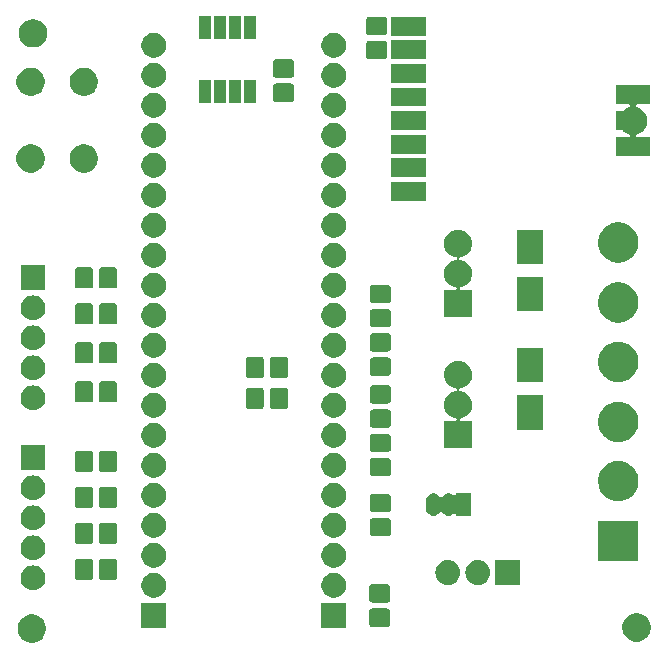
<source format=gts>
G04 #@! TF.GenerationSoftware,KiCad,Pcbnew,(5.1.2)-2*
G04 #@! TF.CreationDate,2019-11-16T00:04:25+01:00*
G04 #@! TF.ProjectId,STM32_2CH_Dimmer,53544d33-325f-4324-9348-5f44696d6d65,rev?*
G04 #@! TF.SameCoordinates,Original*
G04 #@! TF.FileFunction,Soldermask,Top*
G04 #@! TF.FilePolarity,Negative*
%FSLAX46Y46*%
G04 Gerber Fmt 4.6, Leading zero omitted, Abs format (unit mm)*
G04 Created by KiCad (PCBNEW (5.1.2)-2) date 2019-11-16 00:04:25*
%MOMM*%
%LPD*%
G04 APERTURE LIST*
%ADD10C,0.100000*%
G04 APERTURE END LIST*
D10*
G36*
X148150026Y-119846115D02*
G01*
X148368411Y-119936573D01*
X148368413Y-119936574D01*
X148564955Y-120067899D01*
X148732101Y-120235045D01*
X148796610Y-120331589D01*
X148863427Y-120431589D01*
X148953885Y-120649974D01*
X149000000Y-120881809D01*
X149000000Y-121118191D01*
X148953885Y-121350026D01*
X148863427Y-121568411D01*
X148863426Y-121568413D01*
X148732101Y-121764955D01*
X148564955Y-121932101D01*
X148368413Y-122063426D01*
X148368412Y-122063427D01*
X148368411Y-122063427D01*
X148150026Y-122153885D01*
X147918191Y-122200000D01*
X147681809Y-122200000D01*
X147449974Y-122153885D01*
X147231589Y-122063427D01*
X147231588Y-122063427D01*
X147231587Y-122063426D01*
X147035045Y-121932101D01*
X146867899Y-121764955D01*
X146736574Y-121568413D01*
X146736573Y-121568411D01*
X146646115Y-121350026D01*
X146600000Y-121118191D01*
X146600000Y-120881809D01*
X146646115Y-120649974D01*
X146736573Y-120431589D01*
X146803391Y-120331589D01*
X146867899Y-120235045D01*
X147035045Y-120067899D01*
X147231587Y-119936574D01*
X147231589Y-119936573D01*
X147449974Y-119846115D01*
X147681809Y-119800000D01*
X147918191Y-119800000D01*
X148150026Y-119846115D01*
X148150026Y-119846115D01*
G37*
G36*
X199350026Y-119746115D02*
G01*
X199568411Y-119836573D01*
X199568413Y-119836574D01*
X199718072Y-119936573D01*
X199764955Y-119967899D01*
X199932101Y-120135045D01*
X200063427Y-120331589D01*
X200153885Y-120549974D01*
X200200000Y-120781809D01*
X200200000Y-121018191D01*
X200153885Y-121250026D01*
X200112463Y-121350027D01*
X200063426Y-121468413D01*
X199932101Y-121664955D01*
X199764955Y-121832101D01*
X199568413Y-121963426D01*
X199568412Y-121963427D01*
X199568411Y-121963427D01*
X199350026Y-122053885D01*
X199118191Y-122100000D01*
X198881809Y-122100000D01*
X198649974Y-122053885D01*
X198431589Y-121963427D01*
X198431588Y-121963427D01*
X198431587Y-121963426D01*
X198235045Y-121832101D01*
X198067899Y-121664955D01*
X197936574Y-121468413D01*
X197887537Y-121350027D01*
X197846115Y-121250026D01*
X197800000Y-121018191D01*
X197800000Y-120781809D01*
X197846115Y-120549974D01*
X197936573Y-120331589D01*
X198067899Y-120135045D01*
X198235045Y-119967899D01*
X198281928Y-119936573D01*
X198431587Y-119836574D01*
X198431589Y-119836573D01*
X198649974Y-119746115D01*
X198881809Y-119700000D01*
X199118191Y-119700000D01*
X199350026Y-119746115D01*
X199350026Y-119746115D01*
G37*
G36*
X159165000Y-120938000D02*
G01*
X157065000Y-120938000D01*
X157065000Y-118838000D01*
X159165000Y-118838000D01*
X159165000Y-120938000D01*
X159165000Y-120938000D01*
G37*
G36*
X174405000Y-120938000D02*
G01*
X172305000Y-120938000D01*
X172305000Y-118838000D01*
X174405000Y-118838000D01*
X174405000Y-120938000D01*
X174405000Y-120938000D01*
G37*
G36*
X177935529Y-119305710D02*
G01*
X177985378Y-119320831D01*
X178031310Y-119345382D01*
X178071574Y-119378426D01*
X178104618Y-119418690D01*
X178129169Y-119464622D01*
X178144290Y-119514471D01*
X178150000Y-119572444D01*
X178150000Y-120577556D01*
X178144290Y-120635529D01*
X178129169Y-120685378D01*
X178104618Y-120731310D01*
X178071574Y-120771574D01*
X178031310Y-120804618D01*
X177985378Y-120829169D01*
X177935529Y-120844290D01*
X177877556Y-120850000D01*
X176622444Y-120850000D01*
X176564471Y-120844290D01*
X176514622Y-120829169D01*
X176468690Y-120804618D01*
X176428426Y-120771574D01*
X176395382Y-120731310D01*
X176370831Y-120685378D01*
X176355710Y-120635529D01*
X176350000Y-120577556D01*
X176350000Y-119572444D01*
X176355710Y-119514471D01*
X176370831Y-119464622D01*
X176395382Y-119418690D01*
X176428426Y-119378426D01*
X176468690Y-119345382D01*
X176514622Y-119320831D01*
X176564471Y-119305710D01*
X176622444Y-119300000D01*
X177877556Y-119300000D01*
X177935529Y-119305710D01*
X177935529Y-119305710D01*
G37*
G36*
X177935529Y-117255710D02*
G01*
X177985378Y-117270831D01*
X178031310Y-117295382D01*
X178071574Y-117328426D01*
X178104618Y-117368690D01*
X178129169Y-117414622D01*
X178144290Y-117464471D01*
X178150000Y-117522444D01*
X178150000Y-118527556D01*
X178144290Y-118585529D01*
X178129169Y-118635378D01*
X178104618Y-118681310D01*
X178071574Y-118721574D01*
X178031310Y-118754618D01*
X177985378Y-118779169D01*
X177935529Y-118794290D01*
X177877556Y-118800000D01*
X176622444Y-118800000D01*
X176564471Y-118794290D01*
X176514622Y-118779169D01*
X176468690Y-118754618D01*
X176428426Y-118721574D01*
X176395382Y-118681310D01*
X176370831Y-118635378D01*
X176355710Y-118585529D01*
X176350000Y-118527556D01*
X176350000Y-117522444D01*
X176355710Y-117464471D01*
X176370831Y-117414622D01*
X176395382Y-117368690D01*
X176428426Y-117328426D01*
X176468690Y-117295382D01*
X176514622Y-117270831D01*
X176564471Y-117255710D01*
X176622444Y-117250000D01*
X177877556Y-117250000D01*
X177935529Y-117255710D01*
X177935529Y-117255710D01*
G37*
G36*
X158243687Y-116303027D02*
G01*
X158421274Y-116338350D01*
X158612362Y-116417502D01*
X158784336Y-116532411D01*
X158930589Y-116678664D01*
X159045498Y-116850638D01*
X159124650Y-117041726D01*
X159159973Y-117219313D01*
X159165000Y-117244583D01*
X159165000Y-117451417D01*
X159164077Y-117456055D01*
X159124650Y-117654274D01*
X159045498Y-117845362D01*
X158930589Y-118017336D01*
X158784336Y-118163589D01*
X158612362Y-118278498D01*
X158421274Y-118357650D01*
X158243687Y-118392973D01*
X158218417Y-118398000D01*
X158011583Y-118398000D01*
X157986313Y-118392973D01*
X157808726Y-118357650D01*
X157617638Y-118278498D01*
X157445664Y-118163589D01*
X157299411Y-118017336D01*
X157184502Y-117845362D01*
X157105350Y-117654274D01*
X157065923Y-117456055D01*
X157065000Y-117451417D01*
X157065000Y-117244583D01*
X157070027Y-117219313D01*
X157105350Y-117041726D01*
X157184502Y-116850638D01*
X157299411Y-116678664D01*
X157445664Y-116532411D01*
X157617638Y-116417502D01*
X157808726Y-116338350D01*
X157986313Y-116303027D01*
X158011583Y-116298000D01*
X158218417Y-116298000D01*
X158243687Y-116303027D01*
X158243687Y-116303027D01*
G37*
G36*
X173483687Y-116303027D02*
G01*
X173661274Y-116338350D01*
X173852362Y-116417502D01*
X174024336Y-116532411D01*
X174170589Y-116678664D01*
X174285498Y-116850638D01*
X174364650Y-117041726D01*
X174399973Y-117219313D01*
X174405000Y-117244583D01*
X174405000Y-117451417D01*
X174404077Y-117456055D01*
X174364650Y-117654274D01*
X174285498Y-117845362D01*
X174170589Y-118017336D01*
X174024336Y-118163589D01*
X173852362Y-118278498D01*
X173661274Y-118357650D01*
X173483687Y-118392973D01*
X173458417Y-118398000D01*
X173251583Y-118398000D01*
X173226313Y-118392973D01*
X173048726Y-118357650D01*
X172857638Y-118278498D01*
X172685664Y-118163589D01*
X172539411Y-118017336D01*
X172424502Y-117845362D01*
X172345350Y-117654274D01*
X172305923Y-117456055D01*
X172305000Y-117451417D01*
X172305000Y-117244583D01*
X172310027Y-117219313D01*
X172345350Y-117041726D01*
X172424502Y-116850638D01*
X172539411Y-116678664D01*
X172685664Y-116532411D01*
X172857638Y-116417502D01*
X173048726Y-116338350D01*
X173226313Y-116303027D01*
X173251583Y-116298000D01*
X173458417Y-116298000D01*
X173483687Y-116303027D01*
X173483687Y-116303027D01*
G37*
G36*
X148026707Y-115667596D02*
G01*
X148103836Y-115675193D01*
X148301762Y-115735233D01*
X148301765Y-115735234D01*
X148484170Y-115832732D01*
X148644055Y-115963945D01*
X148775268Y-116123830D01*
X148872766Y-116306235D01*
X148872767Y-116306238D01*
X148932807Y-116504164D01*
X148953080Y-116710000D01*
X148932807Y-116915836D01*
X148908473Y-116996054D01*
X148872766Y-117113765D01*
X148775268Y-117296170D01*
X148644055Y-117456055D01*
X148484170Y-117587268D01*
X148301765Y-117684766D01*
X148301762Y-117684767D01*
X148103836Y-117744807D01*
X148026707Y-117752403D01*
X147949580Y-117760000D01*
X147846420Y-117760000D01*
X147769293Y-117752403D01*
X147692164Y-117744807D01*
X147494238Y-117684767D01*
X147494235Y-117684766D01*
X147311830Y-117587268D01*
X147151945Y-117456055D01*
X147020732Y-117296170D01*
X146923234Y-117113765D01*
X146887527Y-116996054D01*
X146863193Y-116915836D01*
X146842920Y-116710000D01*
X146863193Y-116504164D01*
X146923233Y-116306238D01*
X146923234Y-116306235D01*
X147020732Y-116123830D01*
X147151945Y-115963945D01*
X147311830Y-115832732D01*
X147494235Y-115735234D01*
X147494238Y-115735233D01*
X147692164Y-115675193D01*
X147769293Y-115667596D01*
X147846420Y-115660000D01*
X147949580Y-115660000D01*
X148026707Y-115667596D01*
X148026707Y-115667596D01*
G37*
G36*
X189150000Y-117300000D02*
G01*
X187050000Y-117300000D01*
X187050000Y-115200000D01*
X189150000Y-115200000D01*
X189150000Y-117300000D01*
X189150000Y-117300000D01*
G37*
G36*
X185660385Y-115204807D02*
G01*
X185765836Y-115215193D01*
X185963762Y-115275233D01*
X185963765Y-115275234D01*
X186146170Y-115372732D01*
X186306055Y-115503945D01*
X186437268Y-115663830D01*
X186534766Y-115846235D01*
X186534767Y-115846238D01*
X186594807Y-116044164D01*
X186615080Y-116250000D01*
X186594807Y-116455836D01*
X186534767Y-116653762D01*
X186534766Y-116653765D01*
X186437268Y-116836170D01*
X186306055Y-116996055D01*
X186146170Y-117127268D01*
X185963765Y-117224766D01*
X185963762Y-117224767D01*
X185765836Y-117284807D01*
X185688707Y-117292404D01*
X185611580Y-117300000D01*
X185508420Y-117300000D01*
X185431293Y-117292404D01*
X185354164Y-117284807D01*
X185156238Y-117224767D01*
X185156235Y-117224766D01*
X184973830Y-117127268D01*
X184813945Y-116996055D01*
X184682732Y-116836170D01*
X184585234Y-116653765D01*
X184585233Y-116653762D01*
X184525193Y-116455836D01*
X184504920Y-116250000D01*
X184525193Y-116044164D01*
X184585233Y-115846238D01*
X184585234Y-115846235D01*
X184682732Y-115663830D01*
X184813945Y-115503945D01*
X184973830Y-115372732D01*
X185156235Y-115275234D01*
X185156238Y-115275233D01*
X185354164Y-115215193D01*
X185459615Y-115204807D01*
X185508420Y-115200000D01*
X185611580Y-115200000D01*
X185660385Y-115204807D01*
X185660385Y-115204807D01*
G37*
G36*
X183120385Y-115204807D02*
G01*
X183225836Y-115215193D01*
X183423762Y-115275233D01*
X183423765Y-115275234D01*
X183606170Y-115372732D01*
X183766055Y-115503945D01*
X183897268Y-115663830D01*
X183994766Y-115846235D01*
X183994767Y-115846238D01*
X184054807Y-116044164D01*
X184075080Y-116250000D01*
X184054807Y-116455836D01*
X183994767Y-116653762D01*
X183994766Y-116653765D01*
X183897268Y-116836170D01*
X183766055Y-116996055D01*
X183606170Y-117127268D01*
X183423765Y-117224766D01*
X183423762Y-117224767D01*
X183225836Y-117284807D01*
X183148707Y-117292404D01*
X183071580Y-117300000D01*
X182968420Y-117300000D01*
X182891293Y-117292404D01*
X182814164Y-117284807D01*
X182616238Y-117224767D01*
X182616235Y-117224766D01*
X182433830Y-117127268D01*
X182273945Y-116996055D01*
X182142732Y-116836170D01*
X182045234Y-116653765D01*
X182045233Y-116653762D01*
X181985193Y-116455836D01*
X181964920Y-116250000D01*
X181985193Y-116044164D01*
X182045233Y-115846238D01*
X182045234Y-115846235D01*
X182142732Y-115663830D01*
X182273945Y-115503945D01*
X182433830Y-115372732D01*
X182616235Y-115275234D01*
X182616238Y-115275233D01*
X182814164Y-115215193D01*
X182919615Y-115204807D01*
X182968420Y-115200000D01*
X183071580Y-115200000D01*
X183120385Y-115204807D01*
X183120385Y-115204807D01*
G37*
G36*
X154817529Y-115103710D02*
G01*
X154867378Y-115118831D01*
X154913310Y-115143382D01*
X154953574Y-115176426D01*
X154986618Y-115216690D01*
X155011169Y-115262622D01*
X155026290Y-115312471D01*
X155032000Y-115370444D01*
X155032000Y-116625556D01*
X155026290Y-116683529D01*
X155011169Y-116733378D01*
X154986618Y-116779310D01*
X154953574Y-116819574D01*
X154913310Y-116852618D01*
X154867378Y-116877169D01*
X154817529Y-116892290D01*
X154759556Y-116898000D01*
X153754444Y-116898000D01*
X153696471Y-116892290D01*
X153646622Y-116877169D01*
X153600690Y-116852618D01*
X153560426Y-116819574D01*
X153527382Y-116779310D01*
X153502831Y-116733378D01*
X153487710Y-116683529D01*
X153482000Y-116625556D01*
X153482000Y-115370444D01*
X153487710Y-115312471D01*
X153502831Y-115262622D01*
X153527382Y-115216690D01*
X153560426Y-115176426D01*
X153600690Y-115143382D01*
X153646622Y-115118831D01*
X153696471Y-115103710D01*
X153754444Y-115098000D01*
X154759556Y-115098000D01*
X154817529Y-115103710D01*
X154817529Y-115103710D01*
G37*
G36*
X152767529Y-115103710D02*
G01*
X152817378Y-115118831D01*
X152863310Y-115143382D01*
X152903574Y-115176426D01*
X152936618Y-115216690D01*
X152961169Y-115262622D01*
X152976290Y-115312471D01*
X152982000Y-115370444D01*
X152982000Y-116625556D01*
X152976290Y-116683529D01*
X152961169Y-116733378D01*
X152936618Y-116779310D01*
X152903574Y-116819574D01*
X152863310Y-116852618D01*
X152817378Y-116877169D01*
X152767529Y-116892290D01*
X152709556Y-116898000D01*
X151704444Y-116898000D01*
X151646471Y-116892290D01*
X151596622Y-116877169D01*
X151550690Y-116852618D01*
X151510426Y-116819574D01*
X151477382Y-116779310D01*
X151452831Y-116733378D01*
X151437710Y-116683529D01*
X151432000Y-116625556D01*
X151432000Y-115370444D01*
X151437710Y-115312471D01*
X151452831Y-115262622D01*
X151477382Y-115216690D01*
X151510426Y-115176426D01*
X151550690Y-115143382D01*
X151596622Y-115118831D01*
X151646471Y-115103710D01*
X151704444Y-115098000D01*
X152709556Y-115098000D01*
X152767529Y-115103710D01*
X152767529Y-115103710D01*
G37*
G36*
X158243687Y-113763027D02*
G01*
X158421274Y-113798350D01*
X158612362Y-113877502D01*
X158784336Y-113992411D01*
X158930589Y-114138664D01*
X159045498Y-114310638D01*
X159124650Y-114501726D01*
X159159973Y-114679313D01*
X159165000Y-114704583D01*
X159165000Y-114911417D01*
X159164077Y-114916055D01*
X159124650Y-115114274D01*
X159045498Y-115305362D01*
X158930589Y-115477336D01*
X158784336Y-115623589D01*
X158612362Y-115738498D01*
X158421274Y-115817650D01*
X158243687Y-115852973D01*
X158218417Y-115858000D01*
X158011583Y-115858000D01*
X157986313Y-115852973D01*
X157808726Y-115817650D01*
X157617638Y-115738498D01*
X157445664Y-115623589D01*
X157299411Y-115477336D01*
X157184502Y-115305362D01*
X157105350Y-115114274D01*
X157065923Y-114916055D01*
X157065000Y-114911417D01*
X157065000Y-114704583D01*
X157070027Y-114679313D01*
X157105350Y-114501726D01*
X157184502Y-114310638D01*
X157299411Y-114138664D01*
X157445664Y-113992411D01*
X157617638Y-113877502D01*
X157808726Y-113798350D01*
X157986313Y-113763027D01*
X158011583Y-113758000D01*
X158218417Y-113758000D01*
X158243687Y-113763027D01*
X158243687Y-113763027D01*
G37*
G36*
X173483687Y-113763027D02*
G01*
X173661274Y-113798350D01*
X173852362Y-113877502D01*
X174024336Y-113992411D01*
X174170589Y-114138664D01*
X174285498Y-114310638D01*
X174364650Y-114501726D01*
X174399973Y-114679313D01*
X174405000Y-114704583D01*
X174405000Y-114911417D01*
X174404077Y-114916055D01*
X174364650Y-115114274D01*
X174285498Y-115305362D01*
X174170589Y-115477336D01*
X174024336Y-115623589D01*
X173852362Y-115738498D01*
X173661274Y-115817650D01*
X173483687Y-115852973D01*
X173458417Y-115858000D01*
X173251583Y-115858000D01*
X173226313Y-115852973D01*
X173048726Y-115817650D01*
X172857638Y-115738498D01*
X172685664Y-115623589D01*
X172539411Y-115477336D01*
X172424502Y-115305362D01*
X172345350Y-115114274D01*
X172305923Y-114916055D01*
X172305000Y-114911417D01*
X172305000Y-114704583D01*
X172310027Y-114679313D01*
X172345350Y-114501726D01*
X172424502Y-114310638D01*
X172539411Y-114138664D01*
X172685664Y-113992411D01*
X172857638Y-113877502D01*
X173048726Y-113798350D01*
X173226313Y-113763027D01*
X173251583Y-113758000D01*
X173458417Y-113758000D01*
X173483687Y-113763027D01*
X173483687Y-113763027D01*
G37*
G36*
X199150000Y-115300000D02*
G01*
X195750000Y-115300000D01*
X195750000Y-111900000D01*
X199150000Y-111900000D01*
X199150000Y-115300000D01*
X199150000Y-115300000D01*
G37*
G36*
X148026707Y-113127597D02*
G01*
X148103836Y-113135193D01*
X148296131Y-113193525D01*
X148301765Y-113195234D01*
X148484170Y-113292732D01*
X148644055Y-113423945D01*
X148775268Y-113583830D01*
X148872766Y-113766235D01*
X148872767Y-113766238D01*
X148932807Y-113964164D01*
X148953080Y-114170000D01*
X148932807Y-114375836D01*
X148894619Y-114501726D01*
X148872766Y-114573765D01*
X148775268Y-114756170D01*
X148644055Y-114916055D01*
X148484170Y-115047268D01*
X148301765Y-115144766D01*
X148301762Y-115144767D01*
X148103836Y-115204807D01*
X148026707Y-115212403D01*
X147949580Y-115220000D01*
X147846420Y-115220000D01*
X147769293Y-115212403D01*
X147692164Y-115204807D01*
X147494238Y-115144767D01*
X147494235Y-115144766D01*
X147311830Y-115047268D01*
X147151945Y-114916055D01*
X147020732Y-114756170D01*
X146923234Y-114573765D01*
X146901381Y-114501726D01*
X146863193Y-114375836D01*
X146842920Y-114170000D01*
X146863193Y-113964164D01*
X146923233Y-113766238D01*
X146923234Y-113766235D01*
X147020732Y-113583830D01*
X147151945Y-113423945D01*
X147311830Y-113292732D01*
X147494235Y-113195234D01*
X147499869Y-113193525D01*
X147692164Y-113135193D01*
X147769293Y-113127597D01*
X147846420Y-113120000D01*
X147949580Y-113120000D01*
X148026707Y-113127597D01*
X148026707Y-113127597D01*
G37*
G36*
X154817529Y-112055710D02*
G01*
X154867378Y-112070831D01*
X154913310Y-112095382D01*
X154953574Y-112128426D01*
X154986618Y-112168690D01*
X155011169Y-112214622D01*
X155026290Y-112264471D01*
X155032000Y-112322444D01*
X155032000Y-113577556D01*
X155026290Y-113635529D01*
X155011169Y-113685378D01*
X154986618Y-113731310D01*
X154953574Y-113771574D01*
X154913310Y-113804618D01*
X154867378Y-113829169D01*
X154817529Y-113844290D01*
X154759556Y-113850000D01*
X153754444Y-113850000D01*
X153696471Y-113844290D01*
X153646622Y-113829169D01*
X153600690Y-113804618D01*
X153560426Y-113771574D01*
X153527382Y-113731310D01*
X153502831Y-113685378D01*
X153487710Y-113635529D01*
X153482000Y-113577556D01*
X153482000Y-112322444D01*
X153487710Y-112264471D01*
X153502831Y-112214622D01*
X153527382Y-112168690D01*
X153560426Y-112128426D01*
X153600690Y-112095382D01*
X153646622Y-112070831D01*
X153696471Y-112055710D01*
X153754444Y-112050000D01*
X154759556Y-112050000D01*
X154817529Y-112055710D01*
X154817529Y-112055710D01*
G37*
G36*
X152767529Y-112055710D02*
G01*
X152817378Y-112070831D01*
X152863310Y-112095382D01*
X152903574Y-112128426D01*
X152936618Y-112168690D01*
X152961169Y-112214622D01*
X152976290Y-112264471D01*
X152982000Y-112322444D01*
X152982000Y-113577556D01*
X152976290Y-113635529D01*
X152961169Y-113685378D01*
X152936618Y-113731310D01*
X152903574Y-113771574D01*
X152863310Y-113804618D01*
X152817378Y-113829169D01*
X152767529Y-113844290D01*
X152709556Y-113850000D01*
X151704444Y-113850000D01*
X151646471Y-113844290D01*
X151596622Y-113829169D01*
X151550690Y-113804618D01*
X151510426Y-113771574D01*
X151477382Y-113731310D01*
X151452831Y-113685378D01*
X151437710Y-113635529D01*
X151432000Y-113577556D01*
X151432000Y-112322444D01*
X151437710Y-112264471D01*
X151452831Y-112214622D01*
X151477382Y-112168690D01*
X151510426Y-112128426D01*
X151550690Y-112095382D01*
X151596622Y-112070831D01*
X151646471Y-112055710D01*
X151704444Y-112050000D01*
X152709556Y-112050000D01*
X152767529Y-112055710D01*
X152767529Y-112055710D01*
G37*
G36*
X173483687Y-111223027D02*
G01*
X173661274Y-111258350D01*
X173852362Y-111337502D01*
X174024336Y-111452411D01*
X174170589Y-111598664D01*
X174285498Y-111770638D01*
X174364650Y-111961726D01*
X174397808Y-112128426D01*
X174405000Y-112164583D01*
X174405000Y-112371417D01*
X174404077Y-112376055D01*
X174364650Y-112574274D01*
X174285498Y-112765362D01*
X174170589Y-112937336D01*
X174024336Y-113083589D01*
X173852362Y-113198498D01*
X173661274Y-113277650D01*
X173483687Y-113312973D01*
X173458417Y-113318000D01*
X173251583Y-113318000D01*
X173226313Y-113312973D01*
X173048726Y-113277650D01*
X172857638Y-113198498D01*
X172685664Y-113083589D01*
X172539411Y-112937336D01*
X172424502Y-112765362D01*
X172345350Y-112574274D01*
X172305923Y-112376055D01*
X172305000Y-112371417D01*
X172305000Y-112164583D01*
X172312192Y-112128426D01*
X172345350Y-111961726D01*
X172424502Y-111770638D01*
X172539411Y-111598664D01*
X172685664Y-111452411D01*
X172857638Y-111337502D01*
X173048726Y-111258350D01*
X173226313Y-111223027D01*
X173251583Y-111218000D01*
X173458417Y-111218000D01*
X173483687Y-111223027D01*
X173483687Y-111223027D01*
G37*
G36*
X158243687Y-111223027D02*
G01*
X158421274Y-111258350D01*
X158612362Y-111337502D01*
X158784336Y-111452411D01*
X158930589Y-111598664D01*
X159045498Y-111770638D01*
X159124650Y-111961726D01*
X159157808Y-112128426D01*
X159165000Y-112164583D01*
X159165000Y-112371417D01*
X159164077Y-112376055D01*
X159124650Y-112574274D01*
X159045498Y-112765362D01*
X158930589Y-112937336D01*
X158784336Y-113083589D01*
X158612362Y-113198498D01*
X158421274Y-113277650D01*
X158243687Y-113312973D01*
X158218417Y-113318000D01*
X158011583Y-113318000D01*
X157986313Y-113312973D01*
X157808726Y-113277650D01*
X157617638Y-113198498D01*
X157445664Y-113083589D01*
X157299411Y-112937336D01*
X157184502Y-112765362D01*
X157105350Y-112574274D01*
X157065923Y-112376055D01*
X157065000Y-112371417D01*
X157065000Y-112164583D01*
X157072192Y-112128426D01*
X157105350Y-111961726D01*
X157184502Y-111770638D01*
X157299411Y-111598664D01*
X157445664Y-111452411D01*
X157617638Y-111337502D01*
X157808726Y-111258350D01*
X157986313Y-111223027D01*
X158011583Y-111218000D01*
X158218417Y-111218000D01*
X158243687Y-111223027D01*
X158243687Y-111223027D01*
G37*
G36*
X177985529Y-111655710D02*
G01*
X178035378Y-111670831D01*
X178081310Y-111695382D01*
X178121574Y-111728426D01*
X178154618Y-111768690D01*
X178179169Y-111814622D01*
X178194290Y-111864471D01*
X178200000Y-111922444D01*
X178200000Y-112927556D01*
X178194290Y-112985529D01*
X178179169Y-113035378D01*
X178154618Y-113081310D01*
X178121574Y-113121574D01*
X178081310Y-113154618D01*
X178035378Y-113179169D01*
X177985529Y-113194290D01*
X177927556Y-113200000D01*
X176672444Y-113200000D01*
X176614471Y-113194290D01*
X176564622Y-113179169D01*
X176518690Y-113154618D01*
X176478426Y-113121574D01*
X176445382Y-113081310D01*
X176420831Y-113035378D01*
X176405710Y-112985529D01*
X176400000Y-112927556D01*
X176400000Y-111922444D01*
X176405710Y-111864471D01*
X176420831Y-111814622D01*
X176445382Y-111768690D01*
X176478426Y-111728426D01*
X176518690Y-111695382D01*
X176564622Y-111670831D01*
X176614471Y-111655710D01*
X176672444Y-111650000D01*
X177927556Y-111650000D01*
X177985529Y-111655710D01*
X177985529Y-111655710D01*
G37*
G36*
X148026022Y-110587529D02*
G01*
X148103836Y-110595193D01*
X148291918Y-110652247D01*
X148301765Y-110655234D01*
X148484170Y-110752732D01*
X148644055Y-110883945D01*
X148775268Y-111043830D01*
X148872766Y-111226235D01*
X148872767Y-111226238D01*
X148932807Y-111424164D01*
X148953080Y-111630000D01*
X148932807Y-111835836D01*
X148894619Y-111961726D01*
X148872766Y-112033765D01*
X148775268Y-112216170D01*
X148644055Y-112376055D01*
X148484170Y-112507268D01*
X148301765Y-112604766D01*
X148301762Y-112604767D01*
X148103836Y-112664807D01*
X148026707Y-112672404D01*
X147949580Y-112680000D01*
X147846420Y-112680000D01*
X147769293Y-112672404D01*
X147692164Y-112664807D01*
X147494238Y-112604767D01*
X147494235Y-112604766D01*
X147311830Y-112507268D01*
X147151945Y-112376055D01*
X147020732Y-112216170D01*
X146923234Y-112033765D01*
X146901381Y-111961726D01*
X146863193Y-111835836D01*
X146842920Y-111630000D01*
X146863193Y-111424164D01*
X146923233Y-111226238D01*
X146923234Y-111226235D01*
X147020732Y-111043830D01*
X147151945Y-110883945D01*
X147311830Y-110752732D01*
X147494235Y-110655234D01*
X147504082Y-110652247D01*
X147692164Y-110595193D01*
X147769978Y-110587529D01*
X147846420Y-110580000D01*
X147949580Y-110580000D01*
X148026022Y-110587529D01*
X148026022Y-110587529D01*
G37*
G36*
X183195997Y-109558280D02*
G01*
X183207422Y-109559405D01*
X183268684Y-109577989D01*
X183329947Y-109596573D01*
X183442867Y-109656930D01*
X183495709Y-109700296D01*
X183516078Y-109713906D01*
X183538717Y-109723283D01*
X183562750Y-109728063D01*
X183587254Y-109728063D01*
X183611287Y-109723282D01*
X183633926Y-109713905D01*
X183654300Y-109700291D01*
X183671627Y-109682964D01*
X183685241Y-109662589D01*
X183694618Y-109639950D01*
X183700000Y-109603666D01*
X183700000Y-109550000D01*
X185000000Y-109550000D01*
X185000000Y-111450000D01*
X183700000Y-111450000D01*
X183700000Y-111396334D01*
X183697598Y-111371948D01*
X183690485Y-111348499D01*
X183678934Y-111326888D01*
X183663389Y-111307946D01*
X183644447Y-111292401D01*
X183622836Y-111280850D01*
X183599387Y-111273737D01*
X183575001Y-111271335D01*
X183550615Y-111273737D01*
X183527166Y-111280850D01*
X183505555Y-111292401D01*
X183495728Y-111299688D01*
X183442868Y-111343070D01*
X183329948Y-111403427D01*
X183268685Y-111422011D01*
X183207423Y-111440595D01*
X183195998Y-111441720D01*
X183080000Y-111453145D01*
X182964003Y-111441720D01*
X182952578Y-111440595D01*
X182891316Y-111422011D01*
X182830053Y-111403427D01*
X182717133Y-111343070D01*
X182618158Y-111261843D01*
X182541618Y-111168579D01*
X182524300Y-111151261D01*
X182503926Y-111137647D01*
X182481287Y-111128270D01*
X182457254Y-111123489D01*
X182432750Y-111123489D01*
X182408716Y-111128269D01*
X182386077Y-111137646D01*
X182365703Y-111151260D01*
X182348379Y-111168584D01*
X182271843Y-111261843D01*
X182172868Y-111343070D01*
X182059948Y-111403427D01*
X181998685Y-111422011D01*
X181937423Y-111440595D01*
X181925998Y-111441720D01*
X181810000Y-111453145D01*
X181694003Y-111441720D01*
X181682578Y-111440595D01*
X181621316Y-111422011D01*
X181560053Y-111403427D01*
X181447133Y-111343070D01*
X181348158Y-111261843D01*
X181266931Y-111162868D01*
X181206573Y-111049948D01*
X181169405Y-110927422D01*
X181160000Y-110831932D01*
X181160000Y-110168069D01*
X181169405Y-110072579D01*
X181171775Y-110064767D01*
X181206573Y-109950054D01*
X181206573Y-109950053D01*
X181266930Y-109837133D01*
X181348157Y-109738157D01*
X181447132Y-109656930D01*
X181560052Y-109596573D01*
X181621315Y-109577989D01*
X181682577Y-109559405D01*
X181694002Y-109558280D01*
X181810000Y-109546855D01*
X181925997Y-109558280D01*
X181937422Y-109559405D01*
X181998684Y-109577989D01*
X182059947Y-109596573D01*
X182172867Y-109656930D01*
X182271843Y-109738157D01*
X182348383Y-109831421D01*
X182365701Y-109848739D01*
X182386075Y-109862353D01*
X182408714Y-109871730D01*
X182432747Y-109876511D01*
X182457251Y-109876511D01*
X182481285Y-109871731D01*
X182503924Y-109862354D01*
X182524298Y-109848740D01*
X182541622Y-109831416D01*
X182618157Y-109738157D01*
X182717132Y-109656930D01*
X182830052Y-109596573D01*
X182891315Y-109577989D01*
X182952577Y-109559405D01*
X182964002Y-109558280D01*
X183080000Y-109546855D01*
X183195997Y-109558280D01*
X183195997Y-109558280D01*
G37*
G36*
X177985529Y-109605710D02*
G01*
X178035378Y-109620831D01*
X178081310Y-109645382D01*
X178121574Y-109678426D01*
X178154618Y-109718690D01*
X178179169Y-109764622D01*
X178194290Y-109814471D01*
X178200000Y-109872444D01*
X178200000Y-110877556D01*
X178194290Y-110935529D01*
X178179169Y-110985378D01*
X178154618Y-111031310D01*
X178121574Y-111071574D01*
X178081310Y-111104618D01*
X178035378Y-111129169D01*
X177985529Y-111144290D01*
X177927556Y-111150000D01*
X176672444Y-111150000D01*
X176614471Y-111144290D01*
X176564622Y-111129169D01*
X176518690Y-111104618D01*
X176478426Y-111071574D01*
X176445382Y-111031310D01*
X176420831Y-110985378D01*
X176405710Y-110935529D01*
X176400000Y-110877556D01*
X176400000Y-109872444D01*
X176405710Y-109814471D01*
X176420831Y-109764622D01*
X176445382Y-109718690D01*
X176478426Y-109678426D01*
X176518690Y-109645382D01*
X176564622Y-109620831D01*
X176614471Y-109605710D01*
X176672444Y-109600000D01*
X177927556Y-109600000D01*
X177985529Y-109605710D01*
X177985529Y-109605710D01*
G37*
G36*
X154817529Y-109007710D02*
G01*
X154867378Y-109022831D01*
X154913310Y-109047382D01*
X154953574Y-109080426D01*
X154986618Y-109120690D01*
X155011169Y-109166622D01*
X155026290Y-109216471D01*
X155032000Y-109274444D01*
X155032000Y-110529556D01*
X155026290Y-110587529D01*
X155011169Y-110637378D01*
X154986618Y-110683310D01*
X154953574Y-110723574D01*
X154913310Y-110756618D01*
X154867378Y-110781169D01*
X154817529Y-110796290D01*
X154759556Y-110802000D01*
X153754444Y-110802000D01*
X153696471Y-110796290D01*
X153646622Y-110781169D01*
X153600690Y-110756618D01*
X153560426Y-110723574D01*
X153527382Y-110683310D01*
X153502831Y-110637378D01*
X153487710Y-110587529D01*
X153482000Y-110529556D01*
X153482000Y-109274444D01*
X153487710Y-109216471D01*
X153502831Y-109166622D01*
X153527382Y-109120690D01*
X153560426Y-109080426D01*
X153600690Y-109047382D01*
X153646622Y-109022831D01*
X153696471Y-109007710D01*
X153754444Y-109002000D01*
X154759556Y-109002000D01*
X154817529Y-109007710D01*
X154817529Y-109007710D01*
G37*
G36*
X152767529Y-109007710D02*
G01*
X152817378Y-109022831D01*
X152863310Y-109047382D01*
X152903574Y-109080426D01*
X152936618Y-109120690D01*
X152961169Y-109166622D01*
X152976290Y-109216471D01*
X152982000Y-109274444D01*
X152982000Y-110529556D01*
X152976290Y-110587529D01*
X152961169Y-110637378D01*
X152936618Y-110683310D01*
X152903574Y-110723574D01*
X152863310Y-110756618D01*
X152817378Y-110781169D01*
X152767529Y-110796290D01*
X152709556Y-110802000D01*
X151704444Y-110802000D01*
X151646471Y-110796290D01*
X151596622Y-110781169D01*
X151550690Y-110756618D01*
X151510426Y-110723574D01*
X151477382Y-110683310D01*
X151452831Y-110637378D01*
X151437710Y-110587529D01*
X151432000Y-110529556D01*
X151432000Y-109274444D01*
X151437710Y-109216471D01*
X151452831Y-109166622D01*
X151477382Y-109120690D01*
X151510426Y-109080426D01*
X151550690Y-109047382D01*
X151596622Y-109022831D01*
X151646471Y-109007710D01*
X151704444Y-109002000D01*
X152709556Y-109002000D01*
X152767529Y-109007710D01*
X152767529Y-109007710D01*
G37*
G36*
X173483687Y-108683027D02*
G01*
X173661274Y-108718350D01*
X173852362Y-108797502D01*
X174024336Y-108912411D01*
X174170589Y-109058664D01*
X174285498Y-109230638D01*
X174364650Y-109421726D01*
X174392035Y-109559405D01*
X174405000Y-109624583D01*
X174405000Y-109831417D01*
X174403198Y-109840476D01*
X174364650Y-110034274D01*
X174285498Y-110225362D01*
X174170589Y-110397336D01*
X174024336Y-110543589D01*
X173852362Y-110658498D01*
X173661274Y-110737650D01*
X173483687Y-110772973D01*
X173458417Y-110778000D01*
X173251583Y-110778000D01*
X173226313Y-110772973D01*
X173048726Y-110737650D01*
X172857638Y-110658498D01*
X172685664Y-110543589D01*
X172539411Y-110397336D01*
X172424502Y-110225362D01*
X172345350Y-110034274D01*
X172306802Y-109840476D01*
X172305000Y-109831417D01*
X172305000Y-109624583D01*
X172317965Y-109559405D01*
X172345350Y-109421726D01*
X172424502Y-109230638D01*
X172539411Y-109058664D01*
X172685664Y-108912411D01*
X172857638Y-108797502D01*
X173048726Y-108718350D01*
X173226313Y-108683027D01*
X173251583Y-108678000D01*
X173458417Y-108678000D01*
X173483687Y-108683027D01*
X173483687Y-108683027D01*
G37*
G36*
X158243687Y-108683027D02*
G01*
X158421274Y-108718350D01*
X158612362Y-108797502D01*
X158784336Y-108912411D01*
X158930589Y-109058664D01*
X159045498Y-109230638D01*
X159124650Y-109421726D01*
X159152035Y-109559405D01*
X159165000Y-109624583D01*
X159165000Y-109831417D01*
X159163198Y-109840476D01*
X159124650Y-110034274D01*
X159045498Y-110225362D01*
X158930589Y-110397336D01*
X158784336Y-110543589D01*
X158612362Y-110658498D01*
X158421274Y-110737650D01*
X158243687Y-110772973D01*
X158218417Y-110778000D01*
X158011583Y-110778000D01*
X157986313Y-110772973D01*
X157808726Y-110737650D01*
X157617638Y-110658498D01*
X157445664Y-110543589D01*
X157299411Y-110397336D01*
X157184502Y-110225362D01*
X157105350Y-110034274D01*
X157066802Y-109840476D01*
X157065000Y-109831417D01*
X157065000Y-109624583D01*
X157077965Y-109559405D01*
X157105350Y-109421726D01*
X157184502Y-109230638D01*
X157299411Y-109058664D01*
X157445664Y-108912411D01*
X157617638Y-108797502D01*
X157808726Y-108718350D01*
X157986313Y-108683027D01*
X158011583Y-108678000D01*
X158218417Y-108678000D01*
X158243687Y-108683027D01*
X158243687Y-108683027D01*
G37*
G36*
X197781654Y-106852665D02*
G01*
X197945872Y-106885330D01*
X198255252Y-107013479D01*
X198533687Y-107199523D01*
X198770477Y-107436313D01*
X198956521Y-107714748D01*
X199084670Y-108024128D01*
X199090849Y-108055193D01*
X199150000Y-108352563D01*
X199150000Y-108687437D01*
X199117335Y-108851654D01*
X199084670Y-109015872D01*
X198956521Y-109325252D01*
X198770477Y-109603687D01*
X198533687Y-109840477D01*
X198255252Y-110026521D01*
X197945872Y-110154670D01*
X197781654Y-110187335D01*
X197617437Y-110220000D01*
X197282563Y-110220000D01*
X197118346Y-110187335D01*
X196954128Y-110154670D01*
X196644748Y-110026521D01*
X196366313Y-109840477D01*
X196129523Y-109603687D01*
X195943479Y-109325252D01*
X195815330Y-109015872D01*
X195782665Y-108851654D01*
X195750000Y-108687437D01*
X195750000Y-108352563D01*
X195809151Y-108055193D01*
X195815330Y-108024128D01*
X195943479Y-107714748D01*
X196129523Y-107436313D01*
X196366313Y-107199523D01*
X196644748Y-107013479D01*
X196954128Y-106885330D01*
X197118346Y-106852665D01*
X197282563Y-106820000D01*
X197617437Y-106820000D01*
X197781654Y-106852665D01*
X197781654Y-106852665D01*
G37*
G36*
X148026707Y-108047596D02*
G01*
X148103836Y-108055193D01*
X148251545Y-108100000D01*
X148301765Y-108115234D01*
X148484170Y-108212732D01*
X148644055Y-108343945D01*
X148775268Y-108503830D01*
X148872766Y-108686235D01*
X148872767Y-108686238D01*
X148932807Y-108884164D01*
X148953080Y-109090000D01*
X148932807Y-109295836D01*
X148894619Y-109421726D01*
X148872766Y-109493765D01*
X148775268Y-109676170D01*
X148644055Y-109836055D01*
X148484170Y-109967268D01*
X148301765Y-110064766D01*
X148301762Y-110064767D01*
X148103836Y-110124807D01*
X148026707Y-110132404D01*
X147949580Y-110140000D01*
X147846420Y-110140000D01*
X147769293Y-110132404D01*
X147692164Y-110124807D01*
X147494238Y-110064767D01*
X147494235Y-110064766D01*
X147311830Y-109967268D01*
X147151945Y-109836055D01*
X147020732Y-109676170D01*
X146923234Y-109493765D01*
X146901381Y-109421726D01*
X146863193Y-109295836D01*
X146842920Y-109090000D01*
X146863193Y-108884164D01*
X146923233Y-108686238D01*
X146923234Y-108686235D01*
X147020732Y-108503830D01*
X147151945Y-108343945D01*
X147311830Y-108212732D01*
X147494235Y-108115234D01*
X147544455Y-108100000D01*
X147692164Y-108055193D01*
X147769293Y-108047596D01*
X147846420Y-108040000D01*
X147949580Y-108040000D01*
X148026707Y-108047596D01*
X148026707Y-108047596D01*
G37*
G36*
X158243687Y-106143027D02*
G01*
X158421274Y-106178350D01*
X158612362Y-106257502D01*
X158784336Y-106372411D01*
X158930589Y-106518664D01*
X159045498Y-106690638D01*
X159124650Y-106881726D01*
X159165000Y-107084584D01*
X159165000Y-107291416D01*
X159124650Y-107494274D01*
X159045498Y-107685362D01*
X158930589Y-107857336D01*
X158784336Y-108003589D01*
X158612362Y-108118498D01*
X158421274Y-108197650D01*
X158243687Y-108232973D01*
X158218417Y-108238000D01*
X158011583Y-108238000D01*
X157986313Y-108232973D01*
X157808726Y-108197650D01*
X157617638Y-108118498D01*
X157445664Y-108003589D01*
X157299411Y-107857336D01*
X157184502Y-107685362D01*
X157105350Y-107494274D01*
X157065000Y-107291416D01*
X157065000Y-107084584D01*
X157105350Y-106881726D01*
X157184502Y-106690638D01*
X157299411Y-106518664D01*
X157445664Y-106372411D01*
X157617638Y-106257502D01*
X157808726Y-106178350D01*
X157986313Y-106143027D01*
X158011583Y-106138000D01*
X158218417Y-106138000D01*
X158243687Y-106143027D01*
X158243687Y-106143027D01*
G37*
G36*
X173483687Y-106143027D02*
G01*
X173661274Y-106178350D01*
X173852362Y-106257502D01*
X174024336Y-106372411D01*
X174170589Y-106518664D01*
X174285498Y-106690638D01*
X174364650Y-106881726D01*
X174405000Y-107084584D01*
X174405000Y-107291416D01*
X174364650Y-107494274D01*
X174285498Y-107685362D01*
X174170589Y-107857336D01*
X174024336Y-108003589D01*
X173852362Y-108118498D01*
X173661274Y-108197650D01*
X173483687Y-108232973D01*
X173458417Y-108238000D01*
X173251583Y-108238000D01*
X173226313Y-108232973D01*
X173048726Y-108197650D01*
X172857638Y-108118498D01*
X172685664Y-108003589D01*
X172539411Y-107857336D01*
X172424502Y-107685362D01*
X172345350Y-107494274D01*
X172305000Y-107291416D01*
X172305000Y-107084584D01*
X172345350Y-106881726D01*
X172424502Y-106690638D01*
X172539411Y-106518664D01*
X172685664Y-106372411D01*
X172857638Y-106257502D01*
X173048726Y-106178350D01*
X173226313Y-106143027D01*
X173251583Y-106138000D01*
X173458417Y-106138000D01*
X173483687Y-106143027D01*
X173483687Y-106143027D01*
G37*
G36*
X177985529Y-106555710D02*
G01*
X178035378Y-106570831D01*
X178081310Y-106595382D01*
X178121574Y-106628426D01*
X178154618Y-106668690D01*
X178179169Y-106714622D01*
X178194290Y-106764471D01*
X178200000Y-106822444D01*
X178200000Y-107827556D01*
X178194290Y-107885529D01*
X178179169Y-107935378D01*
X178154618Y-107981310D01*
X178121574Y-108021574D01*
X178081310Y-108054618D01*
X178035378Y-108079169D01*
X177985529Y-108094290D01*
X177927556Y-108100000D01*
X176672444Y-108100000D01*
X176614471Y-108094290D01*
X176564622Y-108079169D01*
X176518690Y-108054618D01*
X176478426Y-108021574D01*
X176445382Y-107981310D01*
X176420831Y-107935378D01*
X176405710Y-107885529D01*
X176400000Y-107827556D01*
X176400000Y-106822444D01*
X176405710Y-106764471D01*
X176420831Y-106714622D01*
X176445382Y-106668690D01*
X176478426Y-106628426D01*
X176518690Y-106595382D01*
X176564622Y-106570831D01*
X176614471Y-106555710D01*
X176672444Y-106550000D01*
X177927556Y-106550000D01*
X177985529Y-106555710D01*
X177985529Y-106555710D01*
G37*
G36*
X154817529Y-105959710D02*
G01*
X154867378Y-105974831D01*
X154913310Y-105999382D01*
X154953574Y-106032426D01*
X154986618Y-106072690D01*
X155011169Y-106118622D01*
X155026290Y-106168471D01*
X155032000Y-106226444D01*
X155032000Y-107481556D01*
X155026290Y-107539529D01*
X155011169Y-107589378D01*
X154986618Y-107635310D01*
X154953574Y-107675574D01*
X154913310Y-107708618D01*
X154867378Y-107733169D01*
X154817529Y-107748290D01*
X154759556Y-107754000D01*
X153754444Y-107754000D01*
X153696471Y-107748290D01*
X153646622Y-107733169D01*
X153600690Y-107708618D01*
X153560426Y-107675574D01*
X153527382Y-107635310D01*
X153502831Y-107589378D01*
X153487710Y-107539529D01*
X153482000Y-107481556D01*
X153482000Y-106226444D01*
X153487710Y-106168471D01*
X153502831Y-106118622D01*
X153527382Y-106072690D01*
X153560426Y-106032426D01*
X153600690Y-105999382D01*
X153646622Y-105974831D01*
X153696471Y-105959710D01*
X153754444Y-105954000D01*
X154759556Y-105954000D01*
X154817529Y-105959710D01*
X154817529Y-105959710D01*
G37*
G36*
X152767529Y-105959710D02*
G01*
X152817378Y-105974831D01*
X152863310Y-105999382D01*
X152903574Y-106032426D01*
X152936618Y-106072690D01*
X152961169Y-106118622D01*
X152976290Y-106168471D01*
X152982000Y-106226444D01*
X152982000Y-107481556D01*
X152976290Y-107539529D01*
X152961169Y-107589378D01*
X152936618Y-107635310D01*
X152903574Y-107675574D01*
X152863310Y-107708618D01*
X152817378Y-107733169D01*
X152767529Y-107748290D01*
X152709556Y-107754000D01*
X151704444Y-107754000D01*
X151646471Y-107748290D01*
X151596622Y-107733169D01*
X151550690Y-107708618D01*
X151510426Y-107675574D01*
X151477382Y-107635310D01*
X151452831Y-107589378D01*
X151437710Y-107539529D01*
X151432000Y-107481556D01*
X151432000Y-106226444D01*
X151437710Y-106168471D01*
X151452831Y-106118622D01*
X151477382Y-106072690D01*
X151510426Y-106032426D01*
X151550690Y-105999382D01*
X151596622Y-105974831D01*
X151646471Y-105959710D01*
X151704444Y-105954000D01*
X152709556Y-105954000D01*
X152767529Y-105959710D01*
X152767529Y-105959710D01*
G37*
G36*
X148948000Y-107600000D02*
G01*
X146848000Y-107600000D01*
X146848000Y-105500000D01*
X148948000Y-105500000D01*
X148948000Y-107600000D01*
X148948000Y-107600000D01*
G37*
G36*
X177985529Y-104505710D02*
G01*
X178035378Y-104520831D01*
X178081310Y-104545382D01*
X178121574Y-104578426D01*
X178154618Y-104618690D01*
X178179169Y-104664622D01*
X178194290Y-104714471D01*
X178200000Y-104772444D01*
X178200000Y-105777556D01*
X178194290Y-105835529D01*
X178179169Y-105885378D01*
X178154618Y-105931310D01*
X178121574Y-105971574D01*
X178081310Y-106004618D01*
X178035378Y-106029169D01*
X177985529Y-106044290D01*
X177927556Y-106050000D01*
X176672444Y-106050000D01*
X176614471Y-106044290D01*
X176564622Y-106029169D01*
X176518690Y-106004618D01*
X176478426Y-105971574D01*
X176445382Y-105931310D01*
X176420831Y-105885378D01*
X176405710Y-105835529D01*
X176400000Y-105777556D01*
X176400000Y-104772444D01*
X176405710Y-104714471D01*
X176420831Y-104664622D01*
X176445382Y-104618690D01*
X176478426Y-104578426D01*
X176518690Y-104545382D01*
X176564622Y-104520831D01*
X176614471Y-104505710D01*
X176672444Y-104500000D01*
X177927556Y-104500000D01*
X177985529Y-104505710D01*
X177985529Y-104505710D01*
G37*
G36*
X184116991Y-98378617D02*
G01*
X184173429Y-98384176D01*
X184361775Y-98441310D01*
X184390679Y-98450078D01*
X184548342Y-98534351D01*
X184590893Y-98557095D01*
X184636607Y-98594612D01*
X184766384Y-98701116D01*
X184872888Y-98830893D01*
X184910405Y-98876607D01*
X184910406Y-98876609D01*
X185017422Y-99076821D01*
X185017423Y-99076824D01*
X185083324Y-99294071D01*
X185105576Y-99520000D01*
X185083324Y-99745929D01*
X185044391Y-99874274D01*
X185017422Y-99963179D01*
X184934247Y-100118787D01*
X184910405Y-100163393D01*
X184872888Y-100209107D01*
X184766384Y-100338884D01*
X184649030Y-100435193D01*
X184590893Y-100482905D01*
X184590891Y-100482906D01*
X184390679Y-100589922D01*
X184390676Y-100589923D01*
X184173429Y-100655824D01*
X184163651Y-100656787D01*
X184074141Y-100665603D01*
X184050108Y-100670383D01*
X184027469Y-100679761D01*
X184007094Y-100693375D01*
X183989767Y-100710702D01*
X183976154Y-100731076D01*
X183966776Y-100753715D01*
X183961996Y-100777748D01*
X183961996Y-100802252D01*
X183966776Y-100826285D01*
X183976154Y-100848924D01*
X183989768Y-100869299D01*
X184007095Y-100886626D01*
X184027469Y-100900239D01*
X184050108Y-100909617D01*
X184074141Y-100914397D01*
X184173429Y-100924176D01*
X184390676Y-100990077D01*
X184390679Y-100990078D01*
X184570344Y-101086112D01*
X184590893Y-101097095D01*
X184592423Y-101098351D01*
X184766384Y-101241116D01*
X184872888Y-101370893D01*
X184910405Y-101416607D01*
X184910406Y-101416609D01*
X185017422Y-101616821D01*
X185017423Y-101616824D01*
X185083324Y-101834071D01*
X185105576Y-102060000D01*
X185083324Y-102285929D01*
X185027235Y-102470831D01*
X185017422Y-102503179D01*
X184982405Y-102568690D01*
X184910405Y-102703393D01*
X184895775Y-102721219D01*
X184766384Y-102878884D01*
X184636607Y-102985388D01*
X184590893Y-103022905D01*
X184590891Y-103022906D01*
X184390679Y-103129922D01*
X184390676Y-103129923D01*
X184173429Y-103195824D01*
X184150278Y-103198104D01*
X184126245Y-103202885D01*
X184103607Y-103212262D01*
X184083232Y-103225876D01*
X184065905Y-103243203D01*
X184052292Y-103263577D01*
X184042914Y-103286216D01*
X184038134Y-103310249D01*
X184038134Y-103334753D01*
X184042915Y-103358787D01*
X184052292Y-103381425D01*
X184065906Y-103401800D01*
X184083233Y-103419127D01*
X184103607Y-103432740D01*
X184126246Y-103442118D01*
X184162531Y-103447500D01*
X185100000Y-103447500D01*
X185100000Y-105752500D01*
X182700000Y-105752500D01*
X182700000Y-103447500D01*
X183637469Y-103447500D01*
X183661855Y-103445098D01*
X183685304Y-103437985D01*
X183706915Y-103426434D01*
X183725857Y-103410889D01*
X183741402Y-103391947D01*
X183752953Y-103370336D01*
X183760066Y-103346887D01*
X183762468Y-103322501D01*
X183760066Y-103298115D01*
X183752953Y-103274666D01*
X183741402Y-103253055D01*
X183725857Y-103234113D01*
X183706915Y-103218568D01*
X183685304Y-103207017D01*
X183649721Y-103198104D01*
X183626571Y-103195824D01*
X183409324Y-103129923D01*
X183409321Y-103129922D01*
X183209109Y-103022906D01*
X183209107Y-103022905D01*
X183163393Y-102985388D01*
X183033616Y-102878884D01*
X182904225Y-102721219D01*
X182889595Y-102703393D01*
X182817595Y-102568690D01*
X182782578Y-102503179D01*
X182772765Y-102470831D01*
X182716676Y-102285929D01*
X182694424Y-102060000D01*
X182716676Y-101834071D01*
X182782577Y-101616824D01*
X182782578Y-101616821D01*
X182889594Y-101416609D01*
X182889595Y-101416607D01*
X182927112Y-101370893D01*
X183033616Y-101241116D01*
X183207577Y-101098351D01*
X183209107Y-101097095D01*
X183229656Y-101086112D01*
X183409321Y-100990078D01*
X183409324Y-100990077D01*
X183626571Y-100924176D01*
X183725859Y-100914397D01*
X183749892Y-100909617D01*
X183772531Y-100900239D01*
X183792906Y-100886625D01*
X183810233Y-100869298D01*
X183823846Y-100848924D01*
X183833224Y-100826285D01*
X183838004Y-100802252D01*
X183838004Y-100777748D01*
X183833224Y-100753715D01*
X183823846Y-100731076D01*
X183810232Y-100710701D01*
X183792905Y-100693374D01*
X183772531Y-100679761D01*
X183749892Y-100670383D01*
X183725859Y-100665603D01*
X183636349Y-100656787D01*
X183626571Y-100655824D01*
X183409324Y-100589923D01*
X183409321Y-100589922D01*
X183209109Y-100482906D01*
X183209107Y-100482905D01*
X183150970Y-100435193D01*
X183033616Y-100338884D01*
X182927112Y-100209107D01*
X182889595Y-100163393D01*
X182865753Y-100118787D01*
X182782578Y-99963179D01*
X182755609Y-99874274D01*
X182716676Y-99745929D01*
X182694424Y-99520000D01*
X182716676Y-99294071D01*
X182782577Y-99076824D01*
X182782578Y-99076821D01*
X182889594Y-98876609D01*
X182889595Y-98876607D01*
X182927112Y-98830893D01*
X183033616Y-98701116D01*
X183163393Y-98594612D01*
X183209107Y-98557095D01*
X183251658Y-98534351D01*
X183409321Y-98450078D01*
X183438225Y-98441310D01*
X183626571Y-98384176D01*
X183683009Y-98378617D01*
X183795884Y-98367500D01*
X184004116Y-98367500D01*
X184116991Y-98378617D01*
X184116991Y-98378617D01*
G37*
G36*
X158243687Y-103603027D02*
G01*
X158421274Y-103638350D01*
X158612362Y-103717502D01*
X158784336Y-103832411D01*
X158930589Y-103978664D01*
X159045498Y-104150638D01*
X159124650Y-104341726D01*
X159165000Y-104544584D01*
X159165000Y-104751416D01*
X159124650Y-104954274D01*
X159045498Y-105145362D01*
X158930589Y-105317336D01*
X158784336Y-105463589D01*
X158612362Y-105578498D01*
X158421274Y-105657650D01*
X158243687Y-105692973D01*
X158218417Y-105698000D01*
X158011583Y-105698000D01*
X157986313Y-105692973D01*
X157808726Y-105657650D01*
X157617638Y-105578498D01*
X157445664Y-105463589D01*
X157299411Y-105317336D01*
X157184502Y-105145362D01*
X157105350Y-104954274D01*
X157065000Y-104751416D01*
X157065000Y-104544584D01*
X157105350Y-104341726D01*
X157184502Y-104150638D01*
X157299411Y-103978664D01*
X157445664Y-103832411D01*
X157617638Y-103717502D01*
X157808726Y-103638350D01*
X157986313Y-103603027D01*
X158011583Y-103598000D01*
X158218417Y-103598000D01*
X158243687Y-103603027D01*
X158243687Y-103603027D01*
G37*
G36*
X173483687Y-103603027D02*
G01*
X173661274Y-103638350D01*
X173852362Y-103717502D01*
X174024336Y-103832411D01*
X174170589Y-103978664D01*
X174285498Y-104150638D01*
X174364650Y-104341726D01*
X174405000Y-104544584D01*
X174405000Y-104751416D01*
X174364650Y-104954274D01*
X174285498Y-105145362D01*
X174170589Y-105317336D01*
X174024336Y-105463589D01*
X173852362Y-105578498D01*
X173661274Y-105657650D01*
X173483687Y-105692973D01*
X173458417Y-105698000D01*
X173251583Y-105698000D01*
X173226313Y-105692973D01*
X173048726Y-105657650D01*
X172857638Y-105578498D01*
X172685664Y-105463589D01*
X172539411Y-105317336D01*
X172424502Y-105145362D01*
X172345350Y-104954274D01*
X172305000Y-104751416D01*
X172305000Y-104544584D01*
X172345350Y-104341726D01*
X172424502Y-104150638D01*
X172539411Y-103978664D01*
X172685664Y-103832411D01*
X172857638Y-103717502D01*
X173048726Y-103638350D01*
X173226313Y-103603027D01*
X173251583Y-103598000D01*
X173458417Y-103598000D01*
X173483687Y-103603027D01*
X173483687Y-103603027D01*
G37*
G36*
X197781654Y-101832665D02*
G01*
X197945872Y-101865330D01*
X198255252Y-101993479D01*
X198533687Y-102179523D01*
X198770477Y-102416313D01*
X198956521Y-102694748D01*
X199084670Y-103004128D01*
X199107251Y-103117649D01*
X199147999Y-103322501D01*
X199150000Y-103332565D01*
X199150000Y-103667435D01*
X199084670Y-103995872D01*
X198956521Y-104305252D01*
X198770477Y-104583687D01*
X198533687Y-104820477D01*
X198255252Y-105006521D01*
X197945872Y-105134670D01*
X197781654Y-105167335D01*
X197617437Y-105200000D01*
X197282563Y-105200000D01*
X197118347Y-105167335D01*
X196954128Y-105134670D01*
X196644748Y-105006521D01*
X196366313Y-104820477D01*
X196129523Y-104583687D01*
X195943479Y-104305252D01*
X195815330Y-103995872D01*
X195750000Y-103667435D01*
X195750000Y-103332565D01*
X195752002Y-103322501D01*
X195792749Y-103117649D01*
X195815330Y-103004128D01*
X195943479Y-102694748D01*
X196129523Y-102416313D01*
X196366313Y-102179523D01*
X196644748Y-101993479D01*
X196954128Y-101865330D01*
X197118347Y-101832665D01*
X197282563Y-101800000D01*
X197617437Y-101800000D01*
X197781654Y-101832665D01*
X197781654Y-101832665D01*
G37*
G36*
X191100000Y-104150000D02*
G01*
X188900000Y-104150000D01*
X188900000Y-101250000D01*
X191100000Y-101250000D01*
X191100000Y-104150000D01*
X191100000Y-104150000D01*
G37*
G36*
X177985529Y-102455710D02*
G01*
X178035378Y-102470831D01*
X178081310Y-102495382D01*
X178121574Y-102528426D01*
X178154618Y-102568690D01*
X178179169Y-102614622D01*
X178194290Y-102664471D01*
X178200000Y-102722444D01*
X178200000Y-103727556D01*
X178194290Y-103785529D01*
X178179169Y-103835378D01*
X178154618Y-103881310D01*
X178121574Y-103921574D01*
X178081310Y-103954618D01*
X178035378Y-103979169D01*
X177985529Y-103994290D01*
X177927556Y-104000000D01*
X176672444Y-104000000D01*
X176614471Y-103994290D01*
X176564622Y-103979169D01*
X176518690Y-103954618D01*
X176478426Y-103921574D01*
X176445382Y-103881310D01*
X176420831Y-103835378D01*
X176405710Y-103785529D01*
X176400000Y-103727556D01*
X176400000Y-102722444D01*
X176405710Y-102664471D01*
X176420831Y-102614622D01*
X176445382Y-102568690D01*
X176478426Y-102528426D01*
X176518690Y-102495382D01*
X176564622Y-102470831D01*
X176614471Y-102455710D01*
X176672444Y-102450000D01*
X177927556Y-102450000D01*
X177985529Y-102455710D01*
X177985529Y-102455710D01*
G37*
G36*
X173483687Y-101063027D02*
G01*
X173661274Y-101098350D01*
X173852362Y-101177502D01*
X174024336Y-101292411D01*
X174170589Y-101438664D01*
X174285498Y-101610638D01*
X174364650Y-101801726D01*
X174389041Y-101924351D01*
X174405000Y-102004583D01*
X174405000Y-102211417D01*
X174404077Y-102216055D01*
X174364650Y-102414274D01*
X174285498Y-102605362D01*
X174170589Y-102777336D01*
X174024336Y-102923589D01*
X173852362Y-103038498D01*
X173661274Y-103117650D01*
X173483687Y-103152973D01*
X173458417Y-103158000D01*
X173251583Y-103158000D01*
X173226313Y-103152973D01*
X173048726Y-103117650D01*
X172857638Y-103038498D01*
X172685664Y-102923589D01*
X172539411Y-102777336D01*
X172424502Y-102605362D01*
X172345350Y-102414274D01*
X172305923Y-102216055D01*
X172305000Y-102211417D01*
X172305000Y-102004583D01*
X172320959Y-101924351D01*
X172345350Y-101801726D01*
X172424502Y-101610638D01*
X172539411Y-101438664D01*
X172685664Y-101292411D01*
X172857638Y-101177502D01*
X173048726Y-101098350D01*
X173226313Y-101063027D01*
X173251583Y-101058000D01*
X173458417Y-101058000D01*
X173483687Y-101063027D01*
X173483687Y-101063027D01*
G37*
G36*
X158243687Y-101063027D02*
G01*
X158421274Y-101098350D01*
X158612362Y-101177502D01*
X158784336Y-101292411D01*
X158930589Y-101438664D01*
X159045498Y-101610638D01*
X159124650Y-101801726D01*
X159149041Y-101924351D01*
X159165000Y-102004583D01*
X159165000Y-102211417D01*
X159164077Y-102216055D01*
X159124650Y-102414274D01*
X159045498Y-102605362D01*
X158930589Y-102777336D01*
X158784336Y-102923589D01*
X158612362Y-103038498D01*
X158421274Y-103117650D01*
X158243687Y-103152973D01*
X158218417Y-103158000D01*
X158011583Y-103158000D01*
X157986313Y-103152973D01*
X157808726Y-103117650D01*
X157617638Y-103038498D01*
X157445664Y-102923589D01*
X157299411Y-102777336D01*
X157184502Y-102605362D01*
X157105350Y-102414274D01*
X157065923Y-102216055D01*
X157065000Y-102211417D01*
X157065000Y-102004583D01*
X157080959Y-101924351D01*
X157105350Y-101801726D01*
X157184502Y-101610638D01*
X157299411Y-101438664D01*
X157445664Y-101292411D01*
X157617638Y-101177502D01*
X157808726Y-101098350D01*
X157986313Y-101063027D01*
X158011583Y-101058000D01*
X158218417Y-101058000D01*
X158243687Y-101063027D01*
X158243687Y-101063027D01*
G37*
G36*
X148006934Y-100425649D02*
G01*
X148103836Y-100435193D01*
X148261125Y-100482906D01*
X148301765Y-100495234D01*
X148484170Y-100592732D01*
X148644055Y-100723945D01*
X148775268Y-100883830D01*
X148872766Y-101066235D01*
X148872767Y-101066238D01*
X148932807Y-101264164D01*
X148953080Y-101470000D01*
X148932807Y-101675836D01*
X148884807Y-101834071D01*
X148872766Y-101873765D01*
X148775268Y-102056170D01*
X148644055Y-102216055D01*
X148484170Y-102347268D01*
X148301765Y-102444766D01*
X148301762Y-102444767D01*
X148103836Y-102504807D01*
X148026707Y-102512404D01*
X147949580Y-102520000D01*
X147846420Y-102520000D01*
X147769293Y-102512403D01*
X147692164Y-102504807D01*
X147494238Y-102444767D01*
X147494235Y-102444766D01*
X147311830Y-102347268D01*
X147151945Y-102216055D01*
X147020732Y-102056170D01*
X146923234Y-101873765D01*
X146911193Y-101834071D01*
X146863193Y-101675836D01*
X146842920Y-101470000D01*
X146863193Y-101264164D01*
X146923233Y-101066238D01*
X146923234Y-101066235D01*
X147020732Y-100883830D01*
X147151945Y-100723945D01*
X147311830Y-100592732D01*
X147494235Y-100495234D01*
X147534875Y-100482906D01*
X147692164Y-100435193D01*
X147789066Y-100425649D01*
X147846420Y-100420000D01*
X147949580Y-100420000D01*
X148006934Y-100425649D01*
X148006934Y-100425649D01*
G37*
G36*
X167235529Y-100605710D02*
G01*
X167285378Y-100620831D01*
X167331310Y-100645382D01*
X167371574Y-100678426D01*
X167404618Y-100718690D01*
X167429169Y-100764622D01*
X167444290Y-100814471D01*
X167450000Y-100872444D01*
X167450000Y-102127556D01*
X167444290Y-102185529D01*
X167429169Y-102235378D01*
X167404618Y-102281310D01*
X167371574Y-102321574D01*
X167331310Y-102354618D01*
X167285378Y-102379169D01*
X167235529Y-102394290D01*
X167177556Y-102400000D01*
X166172444Y-102400000D01*
X166114471Y-102394290D01*
X166064622Y-102379169D01*
X166018690Y-102354618D01*
X165978426Y-102321574D01*
X165945382Y-102281310D01*
X165920831Y-102235378D01*
X165905710Y-102185529D01*
X165900000Y-102127556D01*
X165900000Y-100872444D01*
X165905710Y-100814471D01*
X165920831Y-100764622D01*
X165945382Y-100718690D01*
X165978426Y-100678426D01*
X166018690Y-100645382D01*
X166064622Y-100620831D01*
X166114471Y-100605710D01*
X166172444Y-100600000D01*
X167177556Y-100600000D01*
X167235529Y-100605710D01*
X167235529Y-100605710D01*
G37*
G36*
X169285529Y-100605710D02*
G01*
X169335378Y-100620831D01*
X169381310Y-100645382D01*
X169421574Y-100678426D01*
X169454618Y-100718690D01*
X169479169Y-100764622D01*
X169494290Y-100814471D01*
X169500000Y-100872444D01*
X169500000Y-102127556D01*
X169494290Y-102185529D01*
X169479169Y-102235378D01*
X169454618Y-102281310D01*
X169421574Y-102321574D01*
X169381310Y-102354618D01*
X169335378Y-102379169D01*
X169285529Y-102394290D01*
X169227556Y-102400000D01*
X168222444Y-102400000D01*
X168164471Y-102394290D01*
X168114622Y-102379169D01*
X168068690Y-102354618D01*
X168028426Y-102321574D01*
X167995382Y-102281310D01*
X167970831Y-102235378D01*
X167955710Y-102185529D01*
X167950000Y-102127556D01*
X167950000Y-100872444D01*
X167955710Y-100814471D01*
X167970831Y-100764622D01*
X167995382Y-100718690D01*
X168028426Y-100678426D01*
X168068690Y-100645382D01*
X168114622Y-100620831D01*
X168164471Y-100605710D01*
X168222444Y-100600000D01*
X169227556Y-100600000D01*
X169285529Y-100605710D01*
X169285529Y-100605710D01*
G37*
G36*
X177985529Y-100405710D02*
G01*
X178035378Y-100420831D01*
X178081310Y-100445382D01*
X178121574Y-100478426D01*
X178154618Y-100518690D01*
X178179169Y-100564622D01*
X178194290Y-100614471D01*
X178200000Y-100672444D01*
X178200000Y-101677556D01*
X178194290Y-101735529D01*
X178179169Y-101785378D01*
X178154618Y-101831310D01*
X178121574Y-101871574D01*
X178081310Y-101904618D01*
X178035378Y-101929169D01*
X177985529Y-101944290D01*
X177927556Y-101950000D01*
X176672444Y-101950000D01*
X176614471Y-101944290D01*
X176564622Y-101929169D01*
X176518690Y-101904618D01*
X176478426Y-101871574D01*
X176445382Y-101831310D01*
X176420831Y-101785378D01*
X176405710Y-101735529D01*
X176400000Y-101677556D01*
X176400000Y-100672444D01*
X176405710Y-100614471D01*
X176420831Y-100564622D01*
X176445382Y-100518690D01*
X176478426Y-100478426D01*
X176518690Y-100445382D01*
X176564622Y-100420831D01*
X176614471Y-100405710D01*
X176672444Y-100400000D01*
X177927556Y-100400000D01*
X177985529Y-100405710D01*
X177985529Y-100405710D01*
G37*
G36*
X152767529Y-100067710D02*
G01*
X152817378Y-100082831D01*
X152863310Y-100107382D01*
X152903574Y-100140426D01*
X152936618Y-100180690D01*
X152961169Y-100226622D01*
X152976290Y-100276471D01*
X152982000Y-100334444D01*
X152982000Y-101589556D01*
X152976290Y-101647529D01*
X152961169Y-101697378D01*
X152936618Y-101743310D01*
X152903574Y-101783574D01*
X152863310Y-101816618D01*
X152817378Y-101841169D01*
X152767529Y-101856290D01*
X152709556Y-101862000D01*
X151704444Y-101862000D01*
X151646471Y-101856290D01*
X151596622Y-101841169D01*
X151550690Y-101816618D01*
X151510426Y-101783574D01*
X151477382Y-101743310D01*
X151452831Y-101697378D01*
X151437710Y-101647529D01*
X151432000Y-101589556D01*
X151432000Y-100334444D01*
X151437710Y-100276471D01*
X151452831Y-100226622D01*
X151477382Y-100180690D01*
X151510426Y-100140426D01*
X151550690Y-100107382D01*
X151596622Y-100082831D01*
X151646471Y-100067710D01*
X151704444Y-100062000D01*
X152709556Y-100062000D01*
X152767529Y-100067710D01*
X152767529Y-100067710D01*
G37*
G36*
X154817529Y-100067710D02*
G01*
X154867378Y-100082831D01*
X154913310Y-100107382D01*
X154953574Y-100140426D01*
X154986618Y-100180690D01*
X155011169Y-100226622D01*
X155026290Y-100276471D01*
X155032000Y-100334444D01*
X155032000Y-101589556D01*
X155026290Y-101647529D01*
X155011169Y-101697378D01*
X154986618Y-101743310D01*
X154953574Y-101783574D01*
X154913310Y-101816618D01*
X154867378Y-101841169D01*
X154817529Y-101856290D01*
X154759556Y-101862000D01*
X153754444Y-101862000D01*
X153696471Y-101856290D01*
X153646622Y-101841169D01*
X153600690Y-101816618D01*
X153560426Y-101783574D01*
X153527382Y-101743310D01*
X153502831Y-101697378D01*
X153487710Y-101647529D01*
X153482000Y-101589556D01*
X153482000Y-100334444D01*
X153487710Y-100276471D01*
X153502831Y-100226622D01*
X153527382Y-100180690D01*
X153560426Y-100140426D01*
X153600690Y-100107382D01*
X153646622Y-100082831D01*
X153696471Y-100067710D01*
X153754444Y-100062000D01*
X154759556Y-100062000D01*
X154817529Y-100067710D01*
X154817529Y-100067710D01*
G37*
G36*
X173483687Y-98523027D02*
G01*
X173661274Y-98558350D01*
X173852362Y-98637502D01*
X174024336Y-98752411D01*
X174170589Y-98898664D01*
X174285498Y-99070638D01*
X174364650Y-99261726D01*
X174399191Y-99435378D01*
X174405000Y-99464583D01*
X174405000Y-99671417D01*
X174404077Y-99676055D01*
X174364650Y-99874274D01*
X174285498Y-100065362D01*
X174170589Y-100237336D01*
X174024336Y-100383589D01*
X173852362Y-100498498D01*
X173661274Y-100577650D01*
X173483687Y-100612973D01*
X173458417Y-100618000D01*
X173251583Y-100618000D01*
X173226313Y-100612973D01*
X173048726Y-100577650D01*
X172857638Y-100498498D01*
X172685664Y-100383589D01*
X172539411Y-100237336D01*
X172424502Y-100065362D01*
X172345350Y-99874274D01*
X172305923Y-99676055D01*
X172305000Y-99671417D01*
X172305000Y-99464583D01*
X172310809Y-99435378D01*
X172345350Y-99261726D01*
X172424502Y-99070638D01*
X172539411Y-98898664D01*
X172685664Y-98752411D01*
X172857638Y-98637502D01*
X173048726Y-98558350D01*
X173226313Y-98523027D01*
X173251583Y-98518000D01*
X173458417Y-98518000D01*
X173483687Y-98523027D01*
X173483687Y-98523027D01*
G37*
G36*
X158243687Y-98523027D02*
G01*
X158421274Y-98558350D01*
X158612362Y-98637502D01*
X158784336Y-98752411D01*
X158930589Y-98898664D01*
X159045498Y-99070638D01*
X159124650Y-99261726D01*
X159159191Y-99435378D01*
X159165000Y-99464583D01*
X159165000Y-99671417D01*
X159164077Y-99676055D01*
X159124650Y-99874274D01*
X159045498Y-100065362D01*
X158930589Y-100237336D01*
X158784336Y-100383589D01*
X158612362Y-100498498D01*
X158421274Y-100577650D01*
X158243687Y-100612973D01*
X158218417Y-100618000D01*
X158011583Y-100618000D01*
X157986313Y-100612973D01*
X157808726Y-100577650D01*
X157617638Y-100498498D01*
X157445664Y-100383589D01*
X157299411Y-100237336D01*
X157184502Y-100065362D01*
X157105350Y-99874274D01*
X157065923Y-99676055D01*
X157065000Y-99671417D01*
X157065000Y-99464583D01*
X157070809Y-99435378D01*
X157105350Y-99261726D01*
X157184502Y-99070638D01*
X157299411Y-98898664D01*
X157445664Y-98752411D01*
X157617638Y-98637502D01*
X157808726Y-98558350D01*
X157986313Y-98523027D01*
X158011583Y-98518000D01*
X158218417Y-98518000D01*
X158243687Y-98523027D01*
X158243687Y-98523027D01*
G37*
G36*
X191100000Y-100150000D02*
G01*
X188900000Y-100150000D01*
X188900000Y-97250000D01*
X191100000Y-97250000D01*
X191100000Y-100150000D01*
X191100000Y-100150000D01*
G37*
G36*
X197781653Y-96752665D02*
G01*
X197945872Y-96785330D01*
X198255252Y-96913479D01*
X198533687Y-97099523D01*
X198770477Y-97336313D01*
X198956521Y-97614748D01*
X199084670Y-97924128D01*
X199101050Y-98006475D01*
X199141138Y-98208009D01*
X199150000Y-98252565D01*
X199150000Y-98587435D01*
X199084670Y-98915872D01*
X198956521Y-99225252D01*
X198770477Y-99503687D01*
X198533687Y-99740477D01*
X198255252Y-99926521D01*
X197945872Y-100054670D01*
X197781654Y-100087335D01*
X197617437Y-100120000D01*
X197282563Y-100120000D01*
X197118346Y-100087335D01*
X196954128Y-100054670D01*
X196644748Y-99926521D01*
X196366313Y-99740477D01*
X196129523Y-99503687D01*
X195943479Y-99225252D01*
X195815330Y-98915872D01*
X195750000Y-98587435D01*
X195750000Y-98252565D01*
X195758863Y-98208009D01*
X195798950Y-98006475D01*
X195815330Y-97924128D01*
X195943479Y-97614748D01*
X196129523Y-97336313D01*
X196366313Y-97099523D01*
X196644748Y-96913479D01*
X196954128Y-96785330D01*
X197118346Y-96752665D01*
X197282563Y-96720000D01*
X197617437Y-96720000D01*
X197781653Y-96752665D01*
X197781653Y-96752665D01*
G37*
G36*
X148026707Y-97887596D02*
G01*
X148103836Y-97895193D01*
X148301762Y-97955233D01*
X148301765Y-97955234D01*
X148484170Y-98052732D01*
X148644055Y-98183945D01*
X148775268Y-98343830D01*
X148872766Y-98526235D01*
X148872767Y-98526238D01*
X148932807Y-98724164D01*
X148953080Y-98930000D01*
X148932807Y-99135836D01*
X148874278Y-99328781D01*
X148872766Y-99333765D01*
X148775268Y-99516170D01*
X148644055Y-99676055D01*
X148484170Y-99807268D01*
X148301765Y-99904766D01*
X148301762Y-99904767D01*
X148103836Y-99964807D01*
X148026707Y-99972403D01*
X147949580Y-99980000D01*
X147846420Y-99980000D01*
X147769293Y-99972403D01*
X147692164Y-99964807D01*
X147494238Y-99904767D01*
X147494235Y-99904766D01*
X147311830Y-99807268D01*
X147151945Y-99676055D01*
X147020732Y-99516170D01*
X146923234Y-99333765D01*
X146921722Y-99328781D01*
X146863193Y-99135836D01*
X146842920Y-98930000D01*
X146863193Y-98724164D01*
X146923233Y-98526238D01*
X146923234Y-98526235D01*
X147020732Y-98343830D01*
X147151945Y-98183945D01*
X147311830Y-98052732D01*
X147494235Y-97955234D01*
X147494238Y-97955233D01*
X147692164Y-97895193D01*
X147769293Y-97887596D01*
X147846420Y-97880000D01*
X147949580Y-97880000D01*
X148026707Y-97887596D01*
X148026707Y-97887596D01*
G37*
G36*
X167235529Y-98005710D02*
G01*
X167285378Y-98020831D01*
X167331310Y-98045382D01*
X167371574Y-98078426D01*
X167404618Y-98118690D01*
X167429169Y-98164622D01*
X167444290Y-98214471D01*
X167450000Y-98272444D01*
X167450000Y-99527556D01*
X167444290Y-99585529D01*
X167429169Y-99635378D01*
X167404618Y-99681310D01*
X167371574Y-99721574D01*
X167331310Y-99754618D01*
X167285378Y-99779169D01*
X167235529Y-99794290D01*
X167177556Y-99800000D01*
X166172444Y-99800000D01*
X166114471Y-99794290D01*
X166064622Y-99779169D01*
X166018690Y-99754618D01*
X165978426Y-99721574D01*
X165945382Y-99681310D01*
X165920831Y-99635378D01*
X165905710Y-99585529D01*
X165900000Y-99527556D01*
X165900000Y-98272444D01*
X165905710Y-98214471D01*
X165920831Y-98164622D01*
X165945382Y-98118690D01*
X165978426Y-98078426D01*
X166018690Y-98045382D01*
X166064622Y-98020831D01*
X166114471Y-98005710D01*
X166172444Y-98000000D01*
X167177556Y-98000000D01*
X167235529Y-98005710D01*
X167235529Y-98005710D01*
G37*
G36*
X169285529Y-98005710D02*
G01*
X169335378Y-98020831D01*
X169381310Y-98045382D01*
X169421574Y-98078426D01*
X169454618Y-98118690D01*
X169479169Y-98164622D01*
X169494290Y-98214471D01*
X169500000Y-98272444D01*
X169500000Y-99527556D01*
X169494290Y-99585529D01*
X169479169Y-99635378D01*
X169454618Y-99681310D01*
X169421574Y-99721574D01*
X169381310Y-99754618D01*
X169335378Y-99779169D01*
X169285529Y-99794290D01*
X169227556Y-99800000D01*
X168222444Y-99800000D01*
X168164471Y-99794290D01*
X168114622Y-99779169D01*
X168068690Y-99754618D01*
X168028426Y-99721574D01*
X167995382Y-99681310D01*
X167970831Y-99635378D01*
X167955710Y-99585529D01*
X167950000Y-99527556D01*
X167950000Y-98272444D01*
X167955710Y-98214471D01*
X167970831Y-98164622D01*
X167995382Y-98118690D01*
X168028426Y-98078426D01*
X168068690Y-98045382D01*
X168114622Y-98020831D01*
X168164471Y-98005710D01*
X168222444Y-98000000D01*
X169227556Y-98000000D01*
X169285529Y-98005710D01*
X169285529Y-98005710D01*
G37*
G36*
X177985529Y-98055710D02*
G01*
X178035378Y-98070831D01*
X178081310Y-98095382D01*
X178121574Y-98128426D01*
X178154618Y-98168690D01*
X178179169Y-98214622D01*
X178194290Y-98264471D01*
X178200000Y-98322444D01*
X178200000Y-99327556D01*
X178194290Y-99385529D01*
X178179169Y-99435378D01*
X178154618Y-99481310D01*
X178121574Y-99521574D01*
X178081310Y-99554618D01*
X178035378Y-99579169D01*
X177985529Y-99594290D01*
X177927556Y-99600000D01*
X176672444Y-99600000D01*
X176614471Y-99594290D01*
X176564622Y-99579169D01*
X176518690Y-99554618D01*
X176478426Y-99521574D01*
X176445382Y-99481310D01*
X176420831Y-99435378D01*
X176405710Y-99385529D01*
X176400000Y-99327556D01*
X176400000Y-98322444D01*
X176405710Y-98264471D01*
X176420831Y-98214622D01*
X176445382Y-98168690D01*
X176478426Y-98128426D01*
X176518690Y-98095382D01*
X176564622Y-98070831D01*
X176614471Y-98055710D01*
X176672444Y-98050000D01*
X177927556Y-98050000D01*
X177985529Y-98055710D01*
X177985529Y-98055710D01*
G37*
G36*
X152767529Y-96765710D02*
G01*
X152817378Y-96780831D01*
X152863310Y-96805382D01*
X152903574Y-96838426D01*
X152936618Y-96878690D01*
X152961169Y-96924622D01*
X152976290Y-96974471D01*
X152982000Y-97032444D01*
X152982000Y-98287556D01*
X152976290Y-98345529D01*
X152961169Y-98395378D01*
X152936618Y-98441310D01*
X152903574Y-98481574D01*
X152863310Y-98514618D01*
X152817378Y-98539169D01*
X152767529Y-98554290D01*
X152709556Y-98560000D01*
X151704444Y-98560000D01*
X151646471Y-98554290D01*
X151596622Y-98539169D01*
X151550690Y-98514618D01*
X151510426Y-98481574D01*
X151477382Y-98441310D01*
X151452831Y-98395378D01*
X151437710Y-98345529D01*
X151432000Y-98287556D01*
X151432000Y-97032444D01*
X151437710Y-96974471D01*
X151452831Y-96924622D01*
X151477382Y-96878690D01*
X151510426Y-96838426D01*
X151550690Y-96805382D01*
X151596622Y-96780831D01*
X151646471Y-96765710D01*
X151704444Y-96760000D01*
X152709556Y-96760000D01*
X152767529Y-96765710D01*
X152767529Y-96765710D01*
G37*
G36*
X154817529Y-96765710D02*
G01*
X154867378Y-96780831D01*
X154913310Y-96805382D01*
X154953574Y-96838426D01*
X154986618Y-96878690D01*
X155011169Y-96924622D01*
X155026290Y-96974471D01*
X155032000Y-97032444D01*
X155032000Y-98287556D01*
X155026290Y-98345529D01*
X155011169Y-98395378D01*
X154986618Y-98441310D01*
X154953574Y-98481574D01*
X154913310Y-98514618D01*
X154867378Y-98539169D01*
X154817529Y-98554290D01*
X154759556Y-98560000D01*
X153754444Y-98560000D01*
X153696471Y-98554290D01*
X153646622Y-98539169D01*
X153600690Y-98514618D01*
X153560426Y-98481574D01*
X153527382Y-98441310D01*
X153502831Y-98395378D01*
X153487710Y-98345529D01*
X153482000Y-98287556D01*
X153482000Y-97032444D01*
X153487710Y-96974471D01*
X153502831Y-96924622D01*
X153527382Y-96878690D01*
X153560426Y-96838426D01*
X153600690Y-96805382D01*
X153646622Y-96780831D01*
X153696471Y-96765710D01*
X153754444Y-96760000D01*
X154759556Y-96760000D01*
X154817529Y-96765710D01*
X154817529Y-96765710D01*
G37*
G36*
X173483687Y-95983027D02*
G01*
X173661274Y-96018350D01*
X173852362Y-96097502D01*
X174024336Y-96212411D01*
X174170589Y-96358664D01*
X174285498Y-96530638D01*
X174364650Y-96721726D01*
X174395871Y-96878690D01*
X174405000Y-96924583D01*
X174405000Y-97131417D01*
X174404077Y-97136055D01*
X174364650Y-97334274D01*
X174285498Y-97525362D01*
X174170589Y-97697336D01*
X174024336Y-97843589D01*
X173852362Y-97958498D01*
X173661274Y-98037650D01*
X173483687Y-98072973D01*
X173458417Y-98078000D01*
X173251583Y-98078000D01*
X173226313Y-98072973D01*
X173048726Y-98037650D01*
X172857638Y-97958498D01*
X172685664Y-97843589D01*
X172539411Y-97697336D01*
X172424502Y-97525362D01*
X172345350Y-97334274D01*
X172305923Y-97136055D01*
X172305000Y-97131417D01*
X172305000Y-96924583D01*
X172314129Y-96878690D01*
X172345350Y-96721726D01*
X172424502Y-96530638D01*
X172539411Y-96358664D01*
X172685664Y-96212411D01*
X172857638Y-96097502D01*
X173048726Y-96018350D01*
X173226313Y-95983027D01*
X173251583Y-95978000D01*
X173458417Y-95978000D01*
X173483687Y-95983027D01*
X173483687Y-95983027D01*
G37*
G36*
X158243687Y-95983027D02*
G01*
X158421274Y-96018350D01*
X158612362Y-96097502D01*
X158784336Y-96212411D01*
X158930589Y-96358664D01*
X159045498Y-96530638D01*
X159124650Y-96721726D01*
X159155871Y-96878690D01*
X159165000Y-96924583D01*
X159165000Y-97131417D01*
X159164077Y-97136055D01*
X159124650Y-97334274D01*
X159045498Y-97525362D01*
X158930589Y-97697336D01*
X158784336Y-97843589D01*
X158612362Y-97958498D01*
X158421274Y-98037650D01*
X158243687Y-98072973D01*
X158218417Y-98078000D01*
X158011583Y-98078000D01*
X157986313Y-98072973D01*
X157808726Y-98037650D01*
X157617638Y-97958498D01*
X157445664Y-97843589D01*
X157299411Y-97697336D01*
X157184502Y-97525362D01*
X157105350Y-97334274D01*
X157065923Y-97136055D01*
X157065000Y-97131417D01*
X157065000Y-96924583D01*
X157074129Y-96878690D01*
X157105350Y-96721726D01*
X157184502Y-96530638D01*
X157299411Y-96358664D01*
X157445664Y-96212411D01*
X157617638Y-96097502D01*
X157808726Y-96018350D01*
X157986313Y-95983027D01*
X158011583Y-95978000D01*
X158218417Y-95978000D01*
X158243687Y-95983027D01*
X158243687Y-95983027D01*
G37*
G36*
X177985529Y-96005710D02*
G01*
X178035378Y-96020831D01*
X178081310Y-96045382D01*
X178121574Y-96078426D01*
X178154618Y-96118690D01*
X178179169Y-96164622D01*
X178194290Y-96214471D01*
X178200000Y-96272444D01*
X178200000Y-97277556D01*
X178194290Y-97335529D01*
X178179169Y-97385378D01*
X178154618Y-97431310D01*
X178121574Y-97471574D01*
X178081310Y-97504618D01*
X178035378Y-97529169D01*
X177985529Y-97544290D01*
X177927556Y-97550000D01*
X176672444Y-97550000D01*
X176614471Y-97544290D01*
X176564622Y-97529169D01*
X176518690Y-97504618D01*
X176478426Y-97471574D01*
X176445382Y-97431310D01*
X176420831Y-97385378D01*
X176405710Y-97335529D01*
X176400000Y-97277556D01*
X176400000Y-96272444D01*
X176405710Y-96214471D01*
X176420831Y-96164622D01*
X176445382Y-96118690D01*
X176478426Y-96078426D01*
X176518690Y-96045382D01*
X176564622Y-96020831D01*
X176614471Y-96005710D01*
X176672444Y-96000000D01*
X177927556Y-96000000D01*
X177985529Y-96005710D01*
X177985529Y-96005710D01*
G37*
G36*
X148026707Y-95347597D02*
G01*
X148103836Y-95355193D01*
X148255857Y-95401308D01*
X148301765Y-95415234D01*
X148484170Y-95512732D01*
X148644055Y-95643945D01*
X148775268Y-95803830D01*
X148872766Y-95986235D01*
X148872767Y-95986238D01*
X148932807Y-96184164D01*
X148953080Y-96390000D01*
X148932807Y-96595836D01*
X148875325Y-96785330D01*
X148872766Y-96793765D01*
X148775268Y-96976170D01*
X148644055Y-97136055D01*
X148484170Y-97267268D01*
X148301765Y-97364766D01*
X148301762Y-97364767D01*
X148103836Y-97424807D01*
X148026707Y-97432404D01*
X147949580Y-97440000D01*
X147846420Y-97440000D01*
X147769293Y-97432403D01*
X147692164Y-97424807D01*
X147494238Y-97364767D01*
X147494235Y-97364766D01*
X147311830Y-97267268D01*
X147151945Y-97136055D01*
X147020732Y-96976170D01*
X146923234Y-96793765D01*
X146920675Y-96785330D01*
X146863193Y-96595836D01*
X146842920Y-96390000D01*
X146863193Y-96184164D01*
X146923233Y-95986238D01*
X146923234Y-95986235D01*
X147020732Y-95803830D01*
X147151945Y-95643945D01*
X147311830Y-95512732D01*
X147494235Y-95415234D01*
X147540143Y-95401308D01*
X147692164Y-95355193D01*
X147769293Y-95347597D01*
X147846420Y-95340000D01*
X147949580Y-95340000D01*
X148026707Y-95347597D01*
X148026707Y-95347597D01*
G37*
G36*
X173483687Y-93443027D02*
G01*
X173661274Y-93478350D01*
X173852362Y-93557502D01*
X174024336Y-93672411D01*
X174170589Y-93818664D01*
X174285498Y-93990638D01*
X174364650Y-94181726D01*
X174399973Y-94359313D01*
X174405000Y-94384583D01*
X174405000Y-94591417D01*
X174404077Y-94596055D01*
X174364650Y-94794274D01*
X174285498Y-94985362D01*
X174170589Y-95157336D01*
X174024336Y-95303589D01*
X173852362Y-95418498D01*
X173661274Y-95497650D01*
X173483687Y-95532973D01*
X173458417Y-95538000D01*
X173251583Y-95538000D01*
X173226313Y-95532973D01*
X173048726Y-95497650D01*
X172857638Y-95418498D01*
X172685664Y-95303589D01*
X172539411Y-95157336D01*
X172424502Y-94985362D01*
X172345350Y-94794274D01*
X172305923Y-94596055D01*
X172305000Y-94591417D01*
X172305000Y-94384583D01*
X172310027Y-94359313D01*
X172345350Y-94181726D01*
X172424502Y-93990638D01*
X172539411Y-93818664D01*
X172685664Y-93672411D01*
X172857638Y-93557502D01*
X173048726Y-93478350D01*
X173226313Y-93443027D01*
X173251583Y-93438000D01*
X173458417Y-93438000D01*
X173483687Y-93443027D01*
X173483687Y-93443027D01*
G37*
G36*
X158243687Y-93443027D02*
G01*
X158421274Y-93478350D01*
X158612362Y-93557502D01*
X158784336Y-93672411D01*
X158930589Y-93818664D01*
X159045498Y-93990638D01*
X159124650Y-94181726D01*
X159159973Y-94359313D01*
X159165000Y-94384583D01*
X159165000Y-94591417D01*
X159164077Y-94596055D01*
X159124650Y-94794274D01*
X159045498Y-94985362D01*
X158930589Y-95157336D01*
X158784336Y-95303589D01*
X158612362Y-95418498D01*
X158421274Y-95497650D01*
X158243687Y-95532973D01*
X158218417Y-95538000D01*
X158011583Y-95538000D01*
X157986313Y-95532973D01*
X157808726Y-95497650D01*
X157617638Y-95418498D01*
X157445664Y-95303589D01*
X157299411Y-95157336D01*
X157184502Y-94985362D01*
X157105350Y-94794274D01*
X157065923Y-94596055D01*
X157065000Y-94591417D01*
X157065000Y-94384583D01*
X157070027Y-94359313D01*
X157105350Y-94181726D01*
X157184502Y-93990638D01*
X157299411Y-93818664D01*
X157445664Y-93672411D01*
X157617638Y-93557502D01*
X157808726Y-93478350D01*
X157986313Y-93443027D01*
X158011583Y-93438000D01*
X158218417Y-93438000D01*
X158243687Y-93443027D01*
X158243687Y-93443027D01*
G37*
G36*
X177985529Y-93955710D02*
G01*
X178035378Y-93970831D01*
X178081310Y-93995382D01*
X178121574Y-94028426D01*
X178154618Y-94068690D01*
X178179169Y-94114622D01*
X178194290Y-94164471D01*
X178200000Y-94222444D01*
X178200000Y-95227556D01*
X178194290Y-95285529D01*
X178179169Y-95335378D01*
X178154618Y-95381310D01*
X178121574Y-95421574D01*
X178081310Y-95454618D01*
X178035378Y-95479169D01*
X177985529Y-95494290D01*
X177927556Y-95500000D01*
X176672444Y-95500000D01*
X176614471Y-95494290D01*
X176564622Y-95479169D01*
X176518690Y-95454618D01*
X176478426Y-95421574D01*
X176445382Y-95381310D01*
X176420831Y-95335378D01*
X176405710Y-95285529D01*
X176400000Y-95227556D01*
X176400000Y-94222444D01*
X176405710Y-94164471D01*
X176420831Y-94114622D01*
X176445382Y-94068690D01*
X176478426Y-94028426D01*
X176518690Y-93995382D01*
X176564622Y-93970831D01*
X176614471Y-93955710D01*
X176672444Y-93950000D01*
X177927556Y-93950000D01*
X177985529Y-93955710D01*
X177985529Y-93955710D01*
G37*
G36*
X154817529Y-93463710D02*
G01*
X154867378Y-93478831D01*
X154913310Y-93503382D01*
X154953574Y-93536426D01*
X154986618Y-93576690D01*
X155011169Y-93622622D01*
X155026290Y-93672471D01*
X155032000Y-93730444D01*
X155032000Y-94985556D01*
X155026290Y-95043529D01*
X155011169Y-95093378D01*
X154986618Y-95139310D01*
X154953574Y-95179574D01*
X154913310Y-95212618D01*
X154867378Y-95237169D01*
X154817529Y-95252290D01*
X154759556Y-95258000D01*
X153754444Y-95258000D01*
X153696471Y-95252290D01*
X153646622Y-95237169D01*
X153600690Y-95212618D01*
X153560426Y-95179574D01*
X153527382Y-95139310D01*
X153502831Y-95093378D01*
X153487710Y-95043529D01*
X153482000Y-94985556D01*
X153482000Y-93730444D01*
X153487710Y-93672471D01*
X153502831Y-93622622D01*
X153527382Y-93576690D01*
X153560426Y-93536426D01*
X153600690Y-93503382D01*
X153646622Y-93478831D01*
X153696471Y-93463710D01*
X153754444Y-93458000D01*
X154759556Y-93458000D01*
X154817529Y-93463710D01*
X154817529Y-93463710D01*
G37*
G36*
X152767529Y-93463710D02*
G01*
X152817378Y-93478831D01*
X152863310Y-93503382D01*
X152903574Y-93536426D01*
X152936618Y-93576690D01*
X152961169Y-93622622D01*
X152976290Y-93672471D01*
X152982000Y-93730444D01*
X152982000Y-94985556D01*
X152976290Y-95043529D01*
X152961169Y-95093378D01*
X152936618Y-95139310D01*
X152903574Y-95179574D01*
X152863310Y-95212618D01*
X152817378Y-95237169D01*
X152767529Y-95252290D01*
X152709556Y-95258000D01*
X151704444Y-95258000D01*
X151646471Y-95252290D01*
X151596622Y-95237169D01*
X151550690Y-95212618D01*
X151510426Y-95179574D01*
X151477382Y-95139310D01*
X151452831Y-95093378D01*
X151437710Y-95043529D01*
X151432000Y-94985556D01*
X151432000Y-93730444D01*
X151437710Y-93672471D01*
X151452831Y-93622622D01*
X151477382Y-93576690D01*
X151510426Y-93536426D01*
X151550690Y-93503382D01*
X151596622Y-93478831D01*
X151646471Y-93463710D01*
X151704444Y-93458000D01*
X152709556Y-93458000D01*
X152767529Y-93463710D01*
X152767529Y-93463710D01*
G37*
G36*
X197781653Y-91732665D02*
G01*
X197945872Y-91765330D01*
X198255252Y-91893479D01*
X198533687Y-92079523D01*
X198770477Y-92316313D01*
X198956521Y-92594748D01*
X199084670Y-92904128D01*
X199084670Y-92904130D01*
X199150000Y-93232563D01*
X199150000Y-93567437D01*
X199129119Y-93672411D01*
X199084670Y-93895872D01*
X198956521Y-94205252D01*
X198770477Y-94483687D01*
X198533687Y-94720477D01*
X198255252Y-94906521D01*
X197945872Y-95034670D01*
X197781653Y-95067335D01*
X197617437Y-95100000D01*
X197282563Y-95100000D01*
X197118347Y-95067335D01*
X196954128Y-95034670D01*
X196644748Y-94906521D01*
X196366313Y-94720477D01*
X196129523Y-94483687D01*
X195943479Y-94205252D01*
X195815330Y-93895872D01*
X195770881Y-93672411D01*
X195750000Y-93567437D01*
X195750000Y-93232563D01*
X195815330Y-92904130D01*
X195815330Y-92904128D01*
X195943479Y-92594748D01*
X196129523Y-92316313D01*
X196366313Y-92079523D01*
X196644748Y-91893479D01*
X196954128Y-91765330D01*
X197118347Y-91732665D01*
X197282563Y-91700000D01*
X197617437Y-91700000D01*
X197781653Y-91732665D01*
X197781653Y-91732665D01*
G37*
G36*
X148026707Y-92807596D02*
G01*
X148103836Y-92815193D01*
X148301762Y-92875233D01*
X148301765Y-92875234D01*
X148484170Y-92972732D01*
X148644055Y-93103945D01*
X148775268Y-93263830D01*
X148872766Y-93446235D01*
X148872767Y-93446238D01*
X148932807Y-93644164D01*
X148953080Y-93850000D01*
X148932807Y-94055836D01*
X148901813Y-94158009D01*
X148872766Y-94253765D01*
X148775268Y-94436170D01*
X148644055Y-94596055D01*
X148484170Y-94727268D01*
X148301765Y-94824766D01*
X148301762Y-94824767D01*
X148103836Y-94884807D01*
X148026707Y-94892404D01*
X147949580Y-94900000D01*
X147846420Y-94900000D01*
X147769293Y-94892403D01*
X147692164Y-94884807D01*
X147494238Y-94824767D01*
X147494235Y-94824766D01*
X147311830Y-94727268D01*
X147151945Y-94596055D01*
X147020732Y-94436170D01*
X146923234Y-94253765D01*
X146894187Y-94158009D01*
X146863193Y-94055836D01*
X146842920Y-93850000D01*
X146863193Y-93644164D01*
X146923233Y-93446238D01*
X146923234Y-93446235D01*
X147020732Y-93263830D01*
X147151945Y-93103945D01*
X147311830Y-92972732D01*
X147494235Y-92875234D01*
X147494238Y-92875233D01*
X147692164Y-92815193D01*
X147769293Y-92807596D01*
X147846420Y-92800000D01*
X147949580Y-92800000D01*
X148026707Y-92807596D01*
X148026707Y-92807596D01*
G37*
G36*
X184116991Y-87278617D02*
G01*
X184173429Y-87284176D01*
X184390676Y-87350077D01*
X184390679Y-87350078D01*
X184570344Y-87446112D01*
X184590893Y-87457095D01*
X184636607Y-87494612D01*
X184766384Y-87601116D01*
X184834066Y-87683588D01*
X184910405Y-87776607D01*
X184910406Y-87776609D01*
X185017422Y-87976821D01*
X185017423Y-87976824D01*
X185070733Y-88152563D01*
X185083324Y-88194072D01*
X185105576Y-88420000D01*
X185083324Y-88645928D01*
X185017422Y-88863179D01*
X184992053Y-88910640D01*
X184910405Y-89063393D01*
X184878946Y-89101726D01*
X184766384Y-89238884D01*
X184636607Y-89345388D01*
X184590893Y-89382905D01*
X184590891Y-89382906D01*
X184390679Y-89489922D01*
X184390676Y-89489923D01*
X184173429Y-89555824D01*
X184095961Y-89563454D01*
X184074141Y-89565603D01*
X184050108Y-89570383D01*
X184027469Y-89579761D01*
X184007094Y-89593375D01*
X183989767Y-89610702D01*
X183976154Y-89631076D01*
X183966776Y-89653715D01*
X183961996Y-89677748D01*
X183961996Y-89702252D01*
X183966776Y-89726285D01*
X183976154Y-89748924D01*
X183989768Y-89769299D01*
X184007095Y-89786626D01*
X184027469Y-89800239D01*
X184050108Y-89809617D01*
X184074141Y-89814397D01*
X184173429Y-89824176D01*
X184390676Y-89890077D01*
X184390679Y-89890078D01*
X184570344Y-89986112D01*
X184590893Y-89997095D01*
X184636607Y-90034612D01*
X184766384Y-90141116D01*
X184872888Y-90270893D01*
X184910405Y-90316607D01*
X184910406Y-90316609D01*
X185017422Y-90516821D01*
X185017423Y-90516824D01*
X185067292Y-90681219D01*
X185083324Y-90734072D01*
X185105576Y-90960000D01*
X185083324Y-91185928D01*
X185017422Y-91403179D01*
X184992053Y-91450640D01*
X184910405Y-91603393D01*
X184878946Y-91641726D01*
X184766384Y-91778884D01*
X184636607Y-91885388D01*
X184590893Y-91922905D01*
X184590891Y-91922906D01*
X184390679Y-92029922D01*
X184390676Y-92029923D01*
X184173429Y-92095824D01*
X184150278Y-92098104D01*
X184126245Y-92102885D01*
X184103607Y-92112262D01*
X184083232Y-92125876D01*
X184065905Y-92143203D01*
X184052292Y-92163577D01*
X184042914Y-92186216D01*
X184038134Y-92210249D01*
X184038134Y-92234753D01*
X184042915Y-92258787D01*
X184052292Y-92281425D01*
X184065906Y-92301800D01*
X184083233Y-92319127D01*
X184103607Y-92332740D01*
X184126246Y-92342118D01*
X184162531Y-92347500D01*
X185100000Y-92347500D01*
X185100000Y-94652500D01*
X182700000Y-94652500D01*
X182700000Y-92347500D01*
X183637469Y-92347500D01*
X183661855Y-92345098D01*
X183685304Y-92337985D01*
X183706915Y-92326434D01*
X183725857Y-92310889D01*
X183741402Y-92291947D01*
X183752953Y-92270336D01*
X183760066Y-92246887D01*
X183762468Y-92222501D01*
X183760066Y-92198115D01*
X183752953Y-92174666D01*
X183741402Y-92153055D01*
X183725857Y-92134113D01*
X183706915Y-92118568D01*
X183685304Y-92107017D01*
X183649721Y-92098104D01*
X183626571Y-92095824D01*
X183409324Y-92029923D01*
X183409321Y-92029922D01*
X183209109Y-91922906D01*
X183209107Y-91922905D01*
X183163393Y-91885388D01*
X183033616Y-91778884D01*
X182921054Y-91641726D01*
X182889595Y-91603393D01*
X182807947Y-91450640D01*
X182782578Y-91403179D01*
X182716676Y-91185928D01*
X182694424Y-90960000D01*
X182716676Y-90734072D01*
X182732709Y-90681219D01*
X182782577Y-90516824D01*
X182782578Y-90516821D01*
X182889594Y-90316609D01*
X182889595Y-90316607D01*
X182927112Y-90270893D01*
X183033616Y-90141116D01*
X183163393Y-90034612D01*
X183209107Y-89997095D01*
X183229656Y-89986112D01*
X183409321Y-89890078D01*
X183409324Y-89890077D01*
X183626571Y-89824176D01*
X183725859Y-89814397D01*
X183749892Y-89809617D01*
X183772531Y-89800239D01*
X183792906Y-89786625D01*
X183810233Y-89769298D01*
X183823846Y-89748924D01*
X183833224Y-89726285D01*
X183838004Y-89702252D01*
X183838004Y-89677748D01*
X183833224Y-89653715D01*
X183823846Y-89631076D01*
X183810232Y-89610701D01*
X183792905Y-89593374D01*
X183772531Y-89579761D01*
X183749892Y-89570383D01*
X183725859Y-89565603D01*
X183704039Y-89563454D01*
X183626571Y-89555824D01*
X183409324Y-89489923D01*
X183409321Y-89489922D01*
X183209109Y-89382906D01*
X183209107Y-89382905D01*
X183163393Y-89345388D01*
X183033616Y-89238884D01*
X182921054Y-89101726D01*
X182889595Y-89063393D01*
X182807947Y-88910640D01*
X182782578Y-88863179D01*
X182716676Y-88645928D01*
X182694424Y-88420000D01*
X182716676Y-88194072D01*
X182729268Y-88152563D01*
X182782577Y-87976824D01*
X182782578Y-87976821D01*
X182889594Y-87776609D01*
X182889595Y-87776607D01*
X182965934Y-87683588D01*
X183033616Y-87601116D01*
X183163393Y-87494612D01*
X183209107Y-87457095D01*
X183229656Y-87446112D01*
X183409321Y-87350078D01*
X183409324Y-87350077D01*
X183626571Y-87284176D01*
X183683009Y-87278617D01*
X183795884Y-87267500D01*
X184004116Y-87267500D01*
X184116991Y-87278617D01*
X184116991Y-87278617D01*
G37*
G36*
X191100000Y-94150000D02*
G01*
X188900000Y-94150000D01*
X188900000Y-91250000D01*
X191100000Y-91250000D01*
X191100000Y-94150000D01*
X191100000Y-94150000D01*
G37*
G36*
X177985529Y-91905710D02*
G01*
X178035378Y-91920831D01*
X178081310Y-91945382D01*
X178121574Y-91978426D01*
X178154618Y-92018690D01*
X178179169Y-92064622D01*
X178194290Y-92114471D01*
X178200000Y-92172444D01*
X178200000Y-93177556D01*
X178194290Y-93235529D01*
X178179169Y-93285378D01*
X178154618Y-93331310D01*
X178121574Y-93371574D01*
X178081310Y-93404618D01*
X178035378Y-93429169D01*
X177985529Y-93444290D01*
X177927556Y-93450000D01*
X176672444Y-93450000D01*
X176614471Y-93444290D01*
X176564622Y-93429169D01*
X176518690Y-93404618D01*
X176478426Y-93371574D01*
X176445382Y-93331310D01*
X176420831Y-93285378D01*
X176405710Y-93235529D01*
X176400000Y-93177556D01*
X176400000Y-92172444D01*
X176405710Y-92114471D01*
X176420831Y-92064622D01*
X176445382Y-92018690D01*
X176478426Y-91978426D01*
X176518690Y-91945382D01*
X176564622Y-91920831D01*
X176614471Y-91905710D01*
X176672444Y-91900000D01*
X177927556Y-91900000D01*
X177985529Y-91905710D01*
X177985529Y-91905710D01*
G37*
G36*
X173483687Y-90903027D02*
G01*
X173661274Y-90938350D01*
X173852362Y-91017502D01*
X174024336Y-91132411D01*
X174170589Y-91278664D01*
X174285498Y-91450638D01*
X174364650Y-91641726D01*
X174399973Y-91819313D01*
X174405000Y-91844583D01*
X174405000Y-92051417D01*
X174402373Y-92064622D01*
X174364650Y-92254274D01*
X174285498Y-92445362D01*
X174170589Y-92617336D01*
X174024336Y-92763589D01*
X173852362Y-92878498D01*
X173661274Y-92957650D01*
X173483687Y-92992973D01*
X173458417Y-92998000D01*
X173251583Y-92998000D01*
X173226313Y-92992973D01*
X173048726Y-92957650D01*
X172857638Y-92878498D01*
X172685664Y-92763589D01*
X172539411Y-92617336D01*
X172424502Y-92445362D01*
X172345350Y-92254274D01*
X172307627Y-92064622D01*
X172305000Y-92051417D01*
X172305000Y-91844583D01*
X172310027Y-91819313D01*
X172345350Y-91641726D01*
X172424502Y-91450638D01*
X172539411Y-91278664D01*
X172685664Y-91132411D01*
X172857638Y-91017502D01*
X173048726Y-90938350D01*
X173226313Y-90903027D01*
X173251583Y-90898000D01*
X173458417Y-90898000D01*
X173483687Y-90903027D01*
X173483687Y-90903027D01*
G37*
G36*
X158243687Y-90903027D02*
G01*
X158421274Y-90938350D01*
X158612362Y-91017502D01*
X158784336Y-91132411D01*
X158930589Y-91278664D01*
X159045498Y-91450638D01*
X159124650Y-91641726D01*
X159159973Y-91819313D01*
X159165000Y-91844583D01*
X159165000Y-92051417D01*
X159162373Y-92064622D01*
X159124650Y-92254274D01*
X159045498Y-92445362D01*
X158930589Y-92617336D01*
X158784336Y-92763589D01*
X158612362Y-92878498D01*
X158421274Y-92957650D01*
X158243687Y-92992973D01*
X158218417Y-92998000D01*
X158011583Y-92998000D01*
X157986313Y-92992973D01*
X157808726Y-92957650D01*
X157617638Y-92878498D01*
X157445664Y-92763589D01*
X157299411Y-92617336D01*
X157184502Y-92445362D01*
X157105350Y-92254274D01*
X157067627Y-92064622D01*
X157065000Y-92051417D01*
X157065000Y-91844583D01*
X157070027Y-91819313D01*
X157105350Y-91641726D01*
X157184502Y-91450638D01*
X157299411Y-91278664D01*
X157445664Y-91132411D01*
X157617638Y-91017502D01*
X157808726Y-90938350D01*
X157986313Y-90903027D01*
X158011583Y-90898000D01*
X158218417Y-90898000D01*
X158243687Y-90903027D01*
X158243687Y-90903027D01*
G37*
G36*
X148948000Y-92360000D02*
G01*
X146848000Y-92360000D01*
X146848000Y-90260000D01*
X148948000Y-90260000D01*
X148948000Y-92360000D01*
X148948000Y-92360000D01*
G37*
G36*
X154817529Y-90415710D02*
G01*
X154867378Y-90430831D01*
X154913310Y-90455382D01*
X154953574Y-90488426D01*
X154986618Y-90528690D01*
X155011169Y-90574622D01*
X155026290Y-90624471D01*
X155032000Y-90682444D01*
X155032000Y-91937556D01*
X155026290Y-91995529D01*
X155011169Y-92045378D01*
X154986618Y-92091310D01*
X154953574Y-92131574D01*
X154913310Y-92164618D01*
X154867378Y-92189169D01*
X154817529Y-92204290D01*
X154759556Y-92210000D01*
X153754444Y-92210000D01*
X153696471Y-92204290D01*
X153646622Y-92189169D01*
X153600690Y-92164618D01*
X153560426Y-92131574D01*
X153527382Y-92091310D01*
X153502831Y-92045378D01*
X153487710Y-91995529D01*
X153482000Y-91937556D01*
X153482000Y-90682444D01*
X153487710Y-90624471D01*
X153502831Y-90574622D01*
X153527382Y-90528690D01*
X153560426Y-90488426D01*
X153600690Y-90455382D01*
X153646622Y-90430831D01*
X153696471Y-90415710D01*
X153754444Y-90410000D01*
X154759556Y-90410000D01*
X154817529Y-90415710D01*
X154817529Y-90415710D01*
G37*
G36*
X152767529Y-90415710D02*
G01*
X152817378Y-90430831D01*
X152863310Y-90455382D01*
X152903574Y-90488426D01*
X152936618Y-90528690D01*
X152961169Y-90574622D01*
X152976290Y-90624471D01*
X152982000Y-90682444D01*
X152982000Y-91937556D01*
X152976290Y-91995529D01*
X152961169Y-92045378D01*
X152936618Y-92091310D01*
X152903574Y-92131574D01*
X152863310Y-92164618D01*
X152817378Y-92189169D01*
X152767529Y-92204290D01*
X152709556Y-92210000D01*
X151704444Y-92210000D01*
X151646471Y-92204290D01*
X151596622Y-92189169D01*
X151550690Y-92164618D01*
X151510426Y-92131574D01*
X151477382Y-92091310D01*
X151452831Y-92045378D01*
X151437710Y-91995529D01*
X151432000Y-91937556D01*
X151432000Y-90682444D01*
X151437710Y-90624471D01*
X151452831Y-90574622D01*
X151477382Y-90528690D01*
X151510426Y-90488426D01*
X151550690Y-90455382D01*
X151596622Y-90430831D01*
X151646471Y-90415710D01*
X151704444Y-90410000D01*
X152709556Y-90410000D01*
X152767529Y-90415710D01*
X152767529Y-90415710D01*
G37*
G36*
X173483687Y-88363027D02*
G01*
X173661274Y-88398350D01*
X173852362Y-88477502D01*
X174024336Y-88592411D01*
X174170589Y-88738664D01*
X174285498Y-88910638D01*
X174364650Y-89101726D01*
X174405000Y-89304584D01*
X174405000Y-89511416D01*
X174364650Y-89714274D01*
X174285498Y-89905362D01*
X174170589Y-90077336D01*
X174024336Y-90223589D01*
X173852362Y-90338498D01*
X173661274Y-90417650D01*
X173483687Y-90452973D01*
X173458417Y-90458000D01*
X173251583Y-90458000D01*
X173226313Y-90452973D01*
X173048726Y-90417650D01*
X172857638Y-90338498D01*
X172685664Y-90223589D01*
X172539411Y-90077336D01*
X172424502Y-89905362D01*
X172345350Y-89714274D01*
X172305000Y-89511416D01*
X172305000Y-89304584D01*
X172345350Y-89101726D01*
X172424502Y-88910638D01*
X172539411Y-88738664D01*
X172685664Y-88592411D01*
X172857638Y-88477502D01*
X173048726Y-88398350D01*
X173226313Y-88363027D01*
X173251583Y-88358000D01*
X173458417Y-88358000D01*
X173483687Y-88363027D01*
X173483687Y-88363027D01*
G37*
G36*
X158243687Y-88363027D02*
G01*
X158421274Y-88398350D01*
X158612362Y-88477502D01*
X158784336Y-88592411D01*
X158930589Y-88738664D01*
X159045498Y-88910638D01*
X159124650Y-89101726D01*
X159165000Y-89304584D01*
X159165000Y-89511416D01*
X159124650Y-89714274D01*
X159045498Y-89905362D01*
X158930589Y-90077336D01*
X158784336Y-90223589D01*
X158612362Y-90338498D01*
X158421274Y-90417650D01*
X158243687Y-90452973D01*
X158218417Y-90458000D01*
X158011583Y-90458000D01*
X157986313Y-90452973D01*
X157808726Y-90417650D01*
X157617638Y-90338498D01*
X157445664Y-90223589D01*
X157299411Y-90077336D01*
X157184502Y-89905362D01*
X157105350Y-89714274D01*
X157065000Y-89511416D01*
X157065000Y-89304584D01*
X157105350Y-89101726D01*
X157184502Y-88910638D01*
X157299411Y-88738664D01*
X157445664Y-88592411D01*
X157617638Y-88477502D01*
X157808726Y-88398350D01*
X157986313Y-88363027D01*
X158011583Y-88358000D01*
X158218417Y-88358000D01*
X158243687Y-88363027D01*
X158243687Y-88363027D01*
G37*
G36*
X191100000Y-90150000D02*
G01*
X188900000Y-90150000D01*
X188900000Y-87250000D01*
X191100000Y-87250000D01*
X191100000Y-90150000D01*
X191100000Y-90150000D01*
G37*
G36*
X197781654Y-86652665D02*
G01*
X197945872Y-86685330D01*
X198255252Y-86813479D01*
X198533687Y-86999523D01*
X198770477Y-87236313D01*
X198956521Y-87514748D01*
X199084670Y-87824128D01*
X199150000Y-88152565D01*
X199150000Y-88487435D01*
X199084670Y-88815872D01*
X198956521Y-89125252D01*
X198770477Y-89403687D01*
X198533687Y-89640477D01*
X198255252Y-89826521D01*
X197945872Y-89954670D01*
X197781653Y-89987335D01*
X197617437Y-90020000D01*
X197282563Y-90020000D01*
X197118346Y-89987335D01*
X196954128Y-89954670D01*
X196644748Y-89826521D01*
X196366313Y-89640477D01*
X196129523Y-89403687D01*
X195943479Y-89125252D01*
X195815330Y-88815872D01*
X195750000Y-88487435D01*
X195750000Y-88152565D01*
X195815330Y-87824128D01*
X195943479Y-87514748D01*
X196129523Y-87236313D01*
X196366313Y-86999523D01*
X196644748Y-86813479D01*
X196954128Y-86685330D01*
X197118347Y-86652665D01*
X197282563Y-86620000D01*
X197617437Y-86620000D01*
X197781654Y-86652665D01*
X197781654Y-86652665D01*
G37*
G36*
X158243687Y-85823027D02*
G01*
X158421274Y-85858350D01*
X158612362Y-85937502D01*
X158784336Y-86052411D01*
X158930589Y-86198664D01*
X159045498Y-86370638D01*
X159124650Y-86561726D01*
X159165000Y-86764584D01*
X159165000Y-86971416D01*
X159124650Y-87174274D01*
X159045498Y-87365362D01*
X158930589Y-87537336D01*
X158784336Y-87683589D01*
X158612362Y-87798498D01*
X158421274Y-87877650D01*
X158243687Y-87912973D01*
X158218417Y-87918000D01*
X158011583Y-87918000D01*
X157986313Y-87912973D01*
X157808726Y-87877650D01*
X157617638Y-87798498D01*
X157445664Y-87683589D01*
X157299411Y-87537336D01*
X157184502Y-87365362D01*
X157105350Y-87174274D01*
X157065000Y-86971416D01*
X157065000Y-86764584D01*
X157105350Y-86561726D01*
X157184502Y-86370638D01*
X157299411Y-86198664D01*
X157445664Y-86052411D01*
X157617638Y-85937502D01*
X157808726Y-85858350D01*
X157986313Y-85823027D01*
X158011583Y-85818000D01*
X158218417Y-85818000D01*
X158243687Y-85823027D01*
X158243687Y-85823027D01*
G37*
G36*
X173483687Y-85823027D02*
G01*
X173661274Y-85858350D01*
X173852362Y-85937502D01*
X174024336Y-86052411D01*
X174170589Y-86198664D01*
X174285498Y-86370638D01*
X174364650Y-86561726D01*
X174405000Y-86764584D01*
X174405000Y-86971416D01*
X174364650Y-87174274D01*
X174285498Y-87365362D01*
X174170589Y-87537336D01*
X174024336Y-87683589D01*
X173852362Y-87798498D01*
X173661274Y-87877650D01*
X173483687Y-87912973D01*
X173458417Y-87918000D01*
X173251583Y-87918000D01*
X173226313Y-87912973D01*
X173048726Y-87877650D01*
X172857638Y-87798498D01*
X172685664Y-87683589D01*
X172539411Y-87537336D01*
X172424502Y-87365362D01*
X172345350Y-87174274D01*
X172305000Y-86971416D01*
X172305000Y-86764584D01*
X172345350Y-86561726D01*
X172424502Y-86370638D01*
X172539411Y-86198664D01*
X172685664Y-86052411D01*
X172857638Y-85937502D01*
X173048726Y-85858350D01*
X173226313Y-85823027D01*
X173251583Y-85818000D01*
X173458417Y-85818000D01*
X173483687Y-85823027D01*
X173483687Y-85823027D01*
G37*
G36*
X158243687Y-83283027D02*
G01*
X158421274Y-83318350D01*
X158612362Y-83397502D01*
X158784336Y-83512411D01*
X158930589Y-83658664D01*
X159045498Y-83830638D01*
X159124650Y-84021726D01*
X159165000Y-84224584D01*
X159165000Y-84431416D01*
X159124650Y-84634274D01*
X159045498Y-84825362D01*
X158930589Y-84997336D01*
X158784336Y-85143589D01*
X158612362Y-85258498D01*
X158421274Y-85337650D01*
X158243687Y-85372973D01*
X158218417Y-85378000D01*
X158011583Y-85378000D01*
X157986313Y-85372973D01*
X157808726Y-85337650D01*
X157617638Y-85258498D01*
X157445664Y-85143589D01*
X157299411Y-84997336D01*
X157184502Y-84825362D01*
X157105350Y-84634274D01*
X157065000Y-84431416D01*
X157065000Y-84224584D01*
X157105350Y-84021726D01*
X157184502Y-83830638D01*
X157299411Y-83658664D01*
X157445664Y-83512411D01*
X157617638Y-83397502D01*
X157808726Y-83318350D01*
X157986313Y-83283027D01*
X158011583Y-83278000D01*
X158218417Y-83278000D01*
X158243687Y-83283027D01*
X158243687Y-83283027D01*
G37*
G36*
X173483687Y-83283027D02*
G01*
X173661274Y-83318350D01*
X173852362Y-83397502D01*
X174024336Y-83512411D01*
X174170589Y-83658664D01*
X174285498Y-83830638D01*
X174364650Y-84021726D01*
X174405000Y-84224584D01*
X174405000Y-84431416D01*
X174364650Y-84634274D01*
X174285498Y-84825362D01*
X174170589Y-84997336D01*
X174024336Y-85143589D01*
X173852362Y-85258498D01*
X173661274Y-85337650D01*
X173483687Y-85372973D01*
X173458417Y-85378000D01*
X173251583Y-85378000D01*
X173226313Y-85372973D01*
X173048726Y-85337650D01*
X172857638Y-85258498D01*
X172685664Y-85143589D01*
X172539411Y-84997336D01*
X172424502Y-84825362D01*
X172345350Y-84634274D01*
X172305000Y-84431416D01*
X172305000Y-84224584D01*
X172345350Y-84021726D01*
X172424502Y-83830638D01*
X172539411Y-83658664D01*
X172685664Y-83512411D01*
X172857638Y-83397502D01*
X173048726Y-83318350D01*
X173226313Y-83283027D01*
X173251583Y-83278000D01*
X173458417Y-83278000D01*
X173483687Y-83283027D01*
X173483687Y-83283027D01*
G37*
G36*
X181162000Y-84800000D02*
G01*
X178238000Y-84800000D01*
X178238000Y-83200000D01*
X181162000Y-83200000D01*
X181162000Y-84800000D01*
X181162000Y-84800000D01*
G37*
G36*
X158243687Y-80743027D02*
G01*
X158421274Y-80778350D01*
X158612362Y-80857502D01*
X158784336Y-80972411D01*
X158930589Y-81118664D01*
X159045498Y-81290638D01*
X159124650Y-81481726D01*
X159165000Y-81684584D01*
X159165000Y-81891416D01*
X159124650Y-82094274D01*
X159045498Y-82285362D01*
X158930589Y-82457336D01*
X158784336Y-82603589D01*
X158612362Y-82718498D01*
X158421274Y-82797650D01*
X158243687Y-82832973D01*
X158218417Y-82838000D01*
X158011583Y-82838000D01*
X157986313Y-82832973D01*
X157808726Y-82797650D01*
X157617638Y-82718498D01*
X157445664Y-82603589D01*
X157299411Y-82457336D01*
X157184502Y-82285362D01*
X157105350Y-82094274D01*
X157065000Y-81891416D01*
X157065000Y-81684584D01*
X157105350Y-81481726D01*
X157184502Y-81290638D01*
X157299411Y-81118664D01*
X157445664Y-80972411D01*
X157617638Y-80857502D01*
X157808726Y-80778350D01*
X157986313Y-80743027D01*
X158011583Y-80738000D01*
X158218417Y-80738000D01*
X158243687Y-80743027D01*
X158243687Y-80743027D01*
G37*
G36*
X173483687Y-80743027D02*
G01*
X173661274Y-80778350D01*
X173852362Y-80857502D01*
X174024336Y-80972411D01*
X174170589Y-81118664D01*
X174285498Y-81290638D01*
X174364650Y-81481726D01*
X174405000Y-81684584D01*
X174405000Y-81891416D01*
X174364650Y-82094274D01*
X174285498Y-82285362D01*
X174170589Y-82457336D01*
X174024336Y-82603589D01*
X173852362Y-82718498D01*
X173661274Y-82797650D01*
X173483687Y-82832973D01*
X173458417Y-82838000D01*
X173251583Y-82838000D01*
X173226313Y-82832973D01*
X173048726Y-82797650D01*
X172857638Y-82718498D01*
X172685664Y-82603589D01*
X172539411Y-82457336D01*
X172424502Y-82285362D01*
X172345350Y-82094274D01*
X172305000Y-81891416D01*
X172305000Y-81684584D01*
X172345350Y-81481726D01*
X172424502Y-81290638D01*
X172539411Y-81118664D01*
X172685664Y-80972411D01*
X172857638Y-80857502D01*
X173048726Y-80778350D01*
X173226313Y-80743027D01*
X173251583Y-80738000D01*
X173458417Y-80738000D01*
X173483687Y-80743027D01*
X173483687Y-80743027D01*
G37*
G36*
X181162000Y-82800000D02*
G01*
X178238000Y-82800000D01*
X178238000Y-81200000D01*
X181162000Y-81200000D01*
X181162000Y-82800000D01*
X181162000Y-82800000D01*
G37*
G36*
X152550026Y-80046115D02*
G01*
X152768411Y-80136573D01*
X152768413Y-80136574D01*
X152949615Y-80257649D01*
X152964955Y-80267899D01*
X153132101Y-80435045D01*
X153263427Y-80631589D01*
X153353885Y-80849974D01*
X153400000Y-81081809D01*
X153400000Y-81318191D01*
X153353885Y-81550026D01*
X153298149Y-81684584D01*
X153263426Y-81768413D01*
X153132101Y-81964955D01*
X152964955Y-82132101D01*
X152768413Y-82263426D01*
X152768412Y-82263427D01*
X152768411Y-82263427D01*
X152550026Y-82353885D01*
X152318191Y-82400000D01*
X152081809Y-82400000D01*
X151849974Y-82353885D01*
X151631589Y-82263427D01*
X151631588Y-82263427D01*
X151631587Y-82263426D01*
X151435045Y-82132101D01*
X151267899Y-81964955D01*
X151136574Y-81768413D01*
X151101851Y-81684584D01*
X151046115Y-81550026D01*
X151000000Y-81318191D01*
X151000000Y-81081809D01*
X151046115Y-80849974D01*
X151136573Y-80631589D01*
X151267899Y-80435045D01*
X151435045Y-80267899D01*
X151450385Y-80257649D01*
X151631587Y-80136574D01*
X151631589Y-80136573D01*
X151849974Y-80046115D01*
X152081809Y-80000000D01*
X152318191Y-80000000D01*
X152550026Y-80046115D01*
X152550026Y-80046115D01*
G37*
G36*
X148050026Y-80046115D02*
G01*
X148268411Y-80136573D01*
X148268413Y-80136574D01*
X148449615Y-80257649D01*
X148464955Y-80267899D01*
X148632101Y-80435045D01*
X148763427Y-80631589D01*
X148853885Y-80849974D01*
X148900000Y-81081809D01*
X148900000Y-81318191D01*
X148853885Y-81550026D01*
X148798149Y-81684584D01*
X148763426Y-81768413D01*
X148632101Y-81964955D01*
X148464955Y-82132101D01*
X148268413Y-82263426D01*
X148268412Y-82263427D01*
X148268411Y-82263427D01*
X148050026Y-82353885D01*
X147818191Y-82400000D01*
X147581809Y-82400000D01*
X147349974Y-82353885D01*
X147131589Y-82263427D01*
X147131588Y-82263427D01*
X147131587Y-82263426D01*
X146935045Y-82132101D01*
X146767899Y-81964955D01*
X146636574Y-81768413D01*
X146601851Y-81684584D01*
X146546115Y-81550026D01*
X146500000Y-81318191D01*
X146500000Y-81081809D01*
X146546115Y-80849974D01*
X146636573Y-80631589D01*
X146767899Y-80435045D01*
X146935045Y-80267899D01*
X146950385Y-80257649D01*
X147131587Y-80136574D01*
X147131589Y-80136573D01*
X147349974Y-80046115D01*
X147581809Y-80000000D01*
X147818191Y-80000000D01*
X148050026Y-80046115D01*
X148050026Y-80046115D01*
G37*
G36*
X200162000Y-76600000D02*
G01*
X199081858Y-76600000D01*
X199057472Y-76602402D01*
X199034023Y-76609515D01*
X199012412Y-76621066D01*
X198993470Y-76636611D01*
X198977925Y-76655553D01*
X198966374Y-76677164D01*
X198959261Y-76700613D01*
X198956859Y-76724999D01*
X198959261Y-76749385D01*
X198966374Y-76772834D01*
X198977925Y-76794445D01*
X198993470Y-76813387D01*
X199012412Y-76828932D01*
X199034023Y-76840483D01*
X199043014Y-76843211D01*
X199050028Y-76846116D01*
X199050027Y-76846116D01*
X199268413Y-76936574D01*
X199464955Y-77067899D01*
X199632101Y-77235045D01*
X199727177Y-77377336D01*
X199763427Y-77431589D01*
X199853885Y-77649974D01*
X199900000Y-77881809D01*
X199900000Y-78118191D01*
X199853885Y-78350026D01*
X199763427Y-78568411D01*
X199763426Y-78568413D01*
X199632101Y-78764955D01*
X199464955Y-78932101D01*
X199268413Y-79063426D01*
X199268412Y-79063427D01*
X199268411Y-79063427D01*
X199043016Y-79156789D01*
X199034022Y-79159517D01*
X199012412Y-79171069D01*
X198993470Y-79186614D01*
X198977925Y-79205556D01*
X198966374Y-79227167D01*
X198959261Y-79250616D01*
X198956859Y-79275002D01*
X198959261Y-79299388D01*
X198966374Y-79322837D01*
X198977926Y-79344447D01*
X198993471Y-79363389D01*
X199012413Y-79378934D01*
X199034024Y-79390485D01*
X199057473Y-79397598D01*
X199081858Y-79400000D01*
X200162000Y-79400000D01*
X200162000Y-81000000D01*
X197238000Y-81000000D01*
X197238000Y-79400000D01*
X198318142Y-79400000D01*
X198342528Y-79397598D01*
X198365977Y-79390485D01*
X198387588Y-79378934D01*
X198406530Y-79363389D01*
X198422075Y-79344447D01*
X198433626Y-79322836D01*
X198440739Y-79299387D01*
X198443141Y-79275001D01*
X198440739Y-79250615D01*
X198433626Y-79227166D01*
X198422075Y-79205555D01*
X198406530Y-79186613D01*
X198387588Y-79171068D01*
X198365977Y-79159517D01*
X198356986Y-79156789D01*
X198131589Y-79063427D01*
X198131588Y-79063427D01*
X198131587Y-79063426D01*
X197935045Y-78932101D01*
X197858095Y-78855151D01*
X197839153Y-78839606D01*
X197817542Y-78828055D01*
X197794093Y-78820942D01*
X197769707Y-78818540D01*
X197246060Y-78818540D01*
X197246060Y-77218540D01*
X197732627Y-77218540D01*
X197757013Y-77216138D01*
X197780462Y-77209025D01*
X197802073Y-77197474D01*
X197821015Y-77181929D01*
X197935045Y-77067899D01*
X198015304Y-77014272D01*
X198131587Y-76936574D01*
X198131589Y-76936573D01*
X198356984Y-76843211D01*
X198365978Y-76840483D01*
X198387588Y-76828931D01*
X198406530Y-76813386D01*
X198422075Y-76794444D01*
X198433626Y-76772833D01*
X198440739Y-76749384D01*
X198443141Y-76724998D01*
X198440739Y-76700612D01*
X198433626Y-76677163D01*
X198422074Y-76655553D01*
X198406529Y-76636611D01*
X198387587Y-76621066D01*
X198365976Y-76609515D01*
X198342527Y-76602402D01*
X198318142Y-76600000D01*
X197238000Y-76600000D01*
X197238000Y-75000000D01*
X200162000Y-75000000D01*
X200162000Y-76600000D01*
X200162000Y-76600000D01*
G37*
G36*
X181162000Y-80800000D02*
G01*
X178238000Y-80800000D01*
X178238000Y-79200000D01*
X181162000Y-79200000D01*
X181162000Y-80800000D01*
X181162000Y-80800000D01*
G37*
G36*
X173483687Y-78203027D02*
G01*
X173661274Y-78238350D01*
X173852362Y-78317502D01*
X174024336Y-78432411D01*
X174170589Y-78578664D01*
X174285498Y-78750638D01*
X174364650Y-78941726D01*
X174388857Y-79063426D01*
X174405000Y-79144583D01*
X174405000Y-79351417D01*
X174399973Y-79376687D01*
X174364650Y-79554274D01*
X174285498Y-79745362D01*
X174170589Y-79917336D01*
X174024336Y-80063589D01*
X173852362Y-80178498D01*
X173661274Y-80257650D01*
X173483687Y-80292973D01*
X173458417Y-80298000D01*
X173251583Y-80298000D01*
X173226313Y-80292973D01*
X173048726Y-80257650D01*
X172857638Y-80178498D01*
X172685664Y-80063589D01*
X172539411Y-79917336D01*
X172424502Y-79745362D01*
X172345350Y-79554274D01*
X172310027Y-79376687D01*
X172305000Y-79351417D01*
X172305000Y-79144583D01*
X172321143Y-79063426D01*
X172345350Y-78941726D01*
X172424502Y-78750638D01*
X172539411Y-78578664D01*
X172685664Y-78432411D01*
X172857638Y-78317502D01*
X173048726Y-78238350D01*
X173226313Y-78203027D01*
X173251583Y-78198000D01*
X173458417Y-78198000D01*
X173483687Y-78203027D01*
X173483687Y-78203027D01*
G37*
G36*
X158243687Y-78203027D02*
G01*
X158421274Y-78238350D01*
X158612362Y-78317502D01*
X158784336Y-78432411D01*
X158930589Y-78578664D01*
X159045498Y-78750638D01*
X159124650Y-78941726D01*
X159148857Y-79063426D01*
X159165000Y-79144583D01*
X159165000Y-79351417D01*
X159159973Y-79376687D01*
X159124650Y-79554274D01*
X159045498Y-79745362D01*
X158930589Y-79917336D01*
X158784336Y-80063589D01*
X158612362Y-80178498D01*
X158421274Y-80257650D01*
X158243687Y-80292973D01*
X158218417Y-80298000D01*
X158011583Y-80298000D01*
X157986313Y-80292973D01*
X157808726Y-80257650D01*
X157617638Y-80178498D01*
X157445664Y-80063589D01*
X157299411Y-79917336D01*
X157184502Y-79745362D01*
X157105350Y-79554274D01*
X157070027Y-79376687D01*
X157065000Y-79351417D01*
X157065000Y-79144583D01*
X157081143Y-79063426D01*
X157105350Y-78941726D01*
X157184502Y-78750638D01*
X157299411Y-78578664D01*
X157445664Y-78432411D01*
X157617638Y-78317502D01*
X157808726Y-78238350D01*
X157986313Y-78203027D01*
X158011583Y-78198000D01*
X158218417Y-78198000D01*
X158243687Y-78203027D01*
X158243687Y-78203027D01*
G37*
G36*
X181162000Y-78800000D02*
G01*
X178238000Y-78800000D01*
X178238000Y-77200000D01*
X181162000Y-77200000D01*
X181162000Y-78800000D01*
X181162000Y-78800000D01*
G37*
G36*
X158243687Y-75663027D02*
G01*
X158421274Y-75698350D01*
X158612362Y-75777502D01*
X158784336Y-75892411D01*
X158930589Y-76038664D01*
X159045498Y-76210638D01*
X159124650Y-76401726D01*
X159165000Y-76604584D01*
X159165000Y-76811416D01*
X159124650Y-77014274D01*
X159045498Y-77205362D01*
X158930589Y-77377336D01*
X158784336Y-77523589D01*
X158612362Y-77638498D01*
X158421274Y-77717650D01*
X158243687Y-77752973D01*
X158218417Y-77758000D01*
X158011583Y-77758000D01*
X157986313Y-77752973D01*
X157808726Y-77717650D01*
X157617638Y-77638498D01*
X157445664Y-77523589D01*
X157299411Y-77377336D01*
X157184502Y-77205362D01*
X157105350Y-77014274D01*
X157065000Y-76811416D01*
X157065000Y-76604584D01*
X157105350Y-76401726D01*
X157184502Y-76210638D01*
X157299411Y-76038664D01*
X157445664Y-75892411D01*
X157617638Y-75777502D01*
X157808726Y-75698350D01*
X157986313Y-75663027D01*
X158011583Y-75658000D01*
X158218417Y-75658000D01*
X158243687Y-75663027D01*
X158243687Y-75663027D01*
G37*
G36*
X173483687Y-75663027D02*
G01*
X173661274Y-75698350D01*
X173852362Y-75777502D01*
X174024336Y-75892411D01*
X174170589Y-76038664D01*
X174285498Y-76210638D01*
X174364650Y-76401726D01*
X174405000Y-76604584D01*
X174405000Y-76811416D01*
X174364650Y-77014274D01*
X174285498Y-77205362D01*
X174170589Y-77377336D01*
X174024336Y-77523589D01*
X173852362Y-77638498D01*
X173661274Y-77717650D01*
X173483687Y-77752973D01*
X173458417Y-77758000D01*
X173251583Y-77758000D01*
X173226313Y-77752973D01*
X173048726Y-77717650D01*
X172857638Y-77638498D01*
X172685664Y-77523589D01*
X172539411Y-77377336D01*
X172424502Y-77205362D01*
X172345350Y-77014274D01*
X172305000Y-76811416D01*
X172305000Y-76604584D01*
X172345350Y-76401726D01*
X172424502Y-76210638D01*
X172539411Y-76038664D01*
X172685664Y-75892411D01*
X172857638Y-75777502D01*
X173048726Y-75698350D01*
X173226313Y-75663027D01*
X173251583Y-75658000D01*
X173458417Y-75658000D01*
X173483687Y-75663027D01*
X173483687Y-75663027D01*
G37*
G36*
X181162000Y-76800000D02*
G01*
X178238000Y-76800000D01*
X178238000Y-75200000D01*
X181162000Y-75200000D01*
X181162000Y-76800000D01*
X181162000Y-76800000D01*
G37*
G36*
X162995000Y-76475000D02*
G01*
X161995000Y-76475000D01*
X161995000Y-74525000D01*
X162995000Y-74525000D01*
X162995000Y-76475000D01*
X162995000Y-76475000D01*
G37*
G36*
X164265000Y-76475000D02*
G01*
X163265000Y-76475000D01*
X163265000Y-74525000D01*
X164265000Y-74525000D01*
X164265000Y-76475000D01*
X164265000Y-76475000D01*
G37*
G36*
X165535000Y-76475000D02*
G01*
X164535000Y-76475000D01*
X164535000Y-74525000D01*
X165535000Y-74525000D01*
X165535000Y-76475000D01*
X165535000Y-76475000D01*
G37*
G36*
X166805000Y-76475000D02*
G01*
X165805000Y-76475000D01*
X165805000Y-74525000D01*
X166805000Y-74525000D01*
X166805000Y-76475000D01*
X166805000Y-76475000D01*
G37*
G36*
X169785529Y-74855710D02*
G01*
X169835378Y-74870831D01*
X169881310Y-74895382D01*
X169921574Y-74928426D01*
X169954618Y-74968690D01*
X169979169Y-75014622D01*
X169994290Y-75064471D01*
X170000000Y-75122444D01*
X170000000Y-76127556D01*
X169994290Y-76185529D01*
X169979169Y-76235378D01*
X169954618Y-76281310D01*
X169921574Y-76321574D01*
X169881310Y-76354618D01*
X169835378Y-76379169D01*
X169785529Y-76394290D01*
X169727556Y-76400000D01*
X168472444Y-76400000D01*
X168414471Y-76394290D01*
X168364622Y-76379169D01*
X168318690Y-76354618D01*
X168278426Y-76321574D01*
X168245382Y-76281310D01*
X168220831Y-76235378D01*
X168205710Y-76185529D01*
X168200000Y-76127556D01*
X168200000Y-75122444D01*
X168205710Y-75064471D01*
X168220831Y-75014622D01*
X168245382Y-74968690D01*
X168278426Y-74928426D01*
X168318690Y-74895382D01*
X168364622Y-74870831D01*
X168414471Y-74855710D01*
X168472444Y-74850000D01*
X169727556Y-74850000D01*
X169785529Y-74855710D01*
X169785529Y-74855710D01*
G37*
G36*
X148050026Y-73546115D02*
G01*
X148268411Y-73636573D01*
X148268413Y-73636574D01*
X148464955Y-73767899D01*
X148632101Y-73935045D01*
X148727324Y-74077556D01*
X148763427Y-74131589D01*
X148853885Y-74349974D01*
X148900000Y-74581809D01*
X148900000Y-74818191D01*
X148853885Y-75050026D01*
X148784308Y-75218000D01*
X148763426Y-75268413D01*
X148632101Y-75464955D01*
X148464955Y-75632101D01*
X148268413Y-75763426D01*
X148268412Y-75763427D01*
X148268411Y-75763427D01*
X148050026Y-75853885D01*
X147818191Y-75900000D01*
X147581809Y-75900000D01*
X147349974Y-75853885D01*
X147131589Y-75763427D01*
X147131588Y-75763427D01*
X147131587Y-75763426D01*
X146935045Y-75632101D01*
X146767899Y-75464955D01*
X146636574Y-75268413D01*
X146615692Y-75218000D01*
X146546115Y-75050026D01*
X146500000Y-74818191D01*
X146500000Y-74581809D01*
X146546115Y-74349974D01*
X146636573Y-74131589D01*
X146672677Y-74077556D01*
X146767899Y-73935045D01*
X146935045Y-73767899D01*
X147131587Y-73636574D01*
X147131589Y-73636573D01*
X147349974Y-73546115D01*
X147581809Y-73500000D01*
X147818191Y-73500000D01*
X148050026Y-73546115D01*
X148050026Y-73546115D01*
G37*
G36*
X152550026Y-73546115D02*
G01*
X152768411Y-73636573D01*
X152768413Y-73636574D01*
X152964955Y-73767899D01*
X153132101Y-73935045D01*
X153227324Y-74077556D01*
X153263427Y-74131589D01*
X153353885Y-74349974D01*
X153400000Y-74581809D01*
X153400000Y-74818191D01*
X153353885Y-75050026D01*
X153284308Y-75218000D01*
X153263426Y-75268413D01*
X153132101Y-75464955D01*
X152964955Y-75632101D01*
X152768413Y-75763426D01*
X152768412Y-75763427D01*
X152768411Y-75763427D01*
X152550026Y-75853885D01*
X152318191Y-75900000D01*
X152081809Y-75900000D01*
X151849974Y-75853885D01*
X151631589Y-75763427D01*
X151631588Y-75763427D01*
X151631587Y-75763426D01*
X151435045Y-75632101D01*
X151267899Y-75464955D01*
X151136574Y-75268413D01*
X151115692Y-75218000D01*
X151046115Y-75050026D01*
X151000000Y-74818191D01*
X151000000Y-74581809D01*
X151046115Y-74349974D01*
X151136573Y-74131589D01*
X151172677Y-74077556D01*
X151267899Y-73935045D01*
X151435045Y-73767899D01*
X151631587Y-73636574D01*
X151631589Y-73636573D01*
X151849974Y-73546115D01*
X152081809Y-73500000D01*
X152318191Y-73500000D01*
X152550026Y-73546115D01*
X152550026Y-73546115D01*
G37*
G36*
X158243687Y-73123027D02*
G01*
X158421274Y-73158350D01*
X158612362Y-73237502D01*
X158784336Y-73352411D01*
X158930589Y-73498664D01*
X159045498Y-73670638D01*
X159124650Y-73861726D01*
X159165000Y-74064584D01*
X159165000Y-74271416D01*
X159124650Y-74474274D01*
X159045498Y-74665362D01*
X158930589Y-74837336D01*
X158784336Y-74983589D01*
X158612362Y-75098498D01*
X158421274Y-75177650D01*
X158243687Y-75212973D01*
X158218417Y-75218000D01*
X158011583Y-75218000D01*
X157986313Y-75212973D01*
X157808726Y-75177650D01*
X157617638Y-75098498D01*
X157445664Y-74983589D01*
X157299411Y-74837336D01*
X157184502Y-74665362D01*
X157105350Y-74474274D01*
X157065000Y-74271416D01*
X157065000Y-74064584D01*
X157105350Y-73861726D01*
X157184502Y-73670638D01*
X157299411Y-73498664D01*
X157445664Y-73352411D01*
X157617638Y-73237502D01*
X157808726Y-73158350D01*
X157986313Y-73123027D01*
X158011583Y-73118000D01*
X158218417Y-73118000D01*
X158243687Y-73123027D01*
X158243687Y-73123027D01*
G37*
G36*
X173483687Y-73123027D02*
G01*
X173661274Y-73158350D01*
X173852362Y-73237502D01*
X174024336Y-73352411D01*
X174170589Y-73498664D01*
X174285498Y-73670638D01*
X174364650Y-73861726D01*
X174405000Y-74064584D01*
X174405000Y-74271416D01*
X174364650Y-74474274D01*
X174285498Y-74665362D01*
X174170589Y-74837336D01*
X174024336Y-74983589D01*
X173852362Y-75098498D01*
X173661274Y-75177650D01*
X173483687Y-75212973D01*
X173458417Y-75218000D01*
X173251583Y-75218000D01*
X173226313Y-75212973D01*
X173048726Y-75177650D01*
X172857638Y-75098498D01*
X172685664Y-74983589D01*
X172539411Y-74837336D01*
X172424502Y-74665362D01*
X172345350Y-74474274D01*
X172305000Y-74271416D01*
X172305000Y-74064584D01*
X172345350Y-73861726D01*
X172424502Y-73670638D01*
X172539411Y-73498664D01*
X172685664Y-73352411D01*
X172857638Y-73237502D01*
X173048726Y-73158350D01*
X173226313Y-73123027D01*
X173251583Y-73118000D01*
X173458417Y-73118000D01*
X173483687Y-73123027D01*
X173483687Y-73123027D01*
G37*
G36*
X181162000Y-74800000D02*
G01*
X178238000Y-74800000D01*
X178238000Y-73200000D01*
X181162000Y-73200000D01*
X181162000Y-74800000D01*
X181162000Y-74800000D01*
G37*
G36*
X169785529Y-72805710D02*
G01*
X169835378Y-72820831D01*
X169881310Y-72845382D01*
X169921574Y-72878426D01*
X169954618Y-72918690D01*
X169979169Y-72964622D01*
X169994290Y-73014471D01*
X170000000Y-73072444D01*
X170000000Y-74077556D01*
X169994290Y-74135529D01*
X169979169Y-74185378D01*
X169954618Y-74231310D01*
X169921574Y-74271574D01*
X169881310Y-74304618D01*
X169835378Y-74329169D01*
X169785529Y-74344290D01*
X169727556Y-74350000D01*
X168472444Y-74350000D01*
X168414471Y-74344290D01*
X168364622Y-74329169D01*
X168318690Y-74304618D01*
X168278426Y-74271574D01*
X168245382Y-74231310D01*
X168220831Y-74185378D01*
X168205710Y-74135529D01*
X168200000Y-74077556D01*
X168200000Y-73072444D01*
X168205710Y-73014471D01*
X168220831Y-72964622D01*
X168245382Y-72918690D01*
X168278426Y-72878426D01*
X168318690Y-72845382D01*
X168364622Y-72820831D01*
X168414471Y-72805710D01*
X168472444Y-72800000D01*
X169727556Y-72800000D01*
X169785529Y-72805710D01*
X169785529Y-72805710D01*
G37*
G36*
X181162000Y-72800000D02*
G01*
X178238000Y-72800000D01*
X178238000Y-71200000D01*
X181162000Y-71200000D01*
X181162000Y-72800000D01*
X181162000Y-72800000D01*
G37*
G36*
X177685529Y-71255710D02*
G01*
X177735378Y-71270831D01*
X177781310Y-71295382D01*
X177821574Y-71328426D01*
X177854618Y-71368690D01*
X177879169Y-71414622D01*
X177894290Y-71464471D01*
X177900000Y-71522444D01*
X177900000Y-72527556D01*
X177894290Y-72585529D01*
X177879169Y-72635378D01*
X177854618Y-72681310D01*
X177821574Y-72721574D01*
X177781310Y-72754618D01*
X177735378Y-72779169D01*
X177685529Y-72794290D01*
X177627556Y-72800000D01*
X176372444Y-72800000D01*
X176314471Y-72794290D01*
X176264622Y-72779169D01*
X176218690Y-72754618D01*
X176178426Y-72721574D01*
X176145382Y-72681310D01*
X176120831Y-72635378D01*
X176105710Y-72585529D01*
X176100000Y-72527556D01*
X176100000Y-71522444D01*
X176105710Y-71464471D01*
X176120831Y-71414622D01*
X176145382Y-71368690D01*
X176178426Y-71328426D01*
X176218690Y-71295382D01*
X176264622Y-71270831D01*
X176314471Y-71255710D01*
X176372444Y-71250000D01*
X177627556Y-71250000D01*
X177685529Y-71255710D01*
X177685529Y-71255710D01*
G37*
G36*
X173483687Y-70583027D02*
G01*
X173661274Y-70618350D01*
X173852362Y-70697502D01*
X174024336Y-70812411D01*
X174170589Y-70958664D01*
X174285498Y-71130638D01*
X174364650Y-71321726D01*
X174393043Y-71464471D01*
X174404575Y-71522444D01*
X174405000Y-71524584D01*
X174405000Y-71731416D01*
X174364650Y-71934274D01*
X174285498Y-72125362D01*
X174170589Y-72297336D01*
X174024336Y-72443589D01*
X173852362Y-72558498D01*
X173661274Y-72637650D01*
X173483687Y-72672973D01*
X173458417Y-72678000D01*
X173251583Y-72678000D01*
X173226313Y-72672973D01*
X173048726Y-72637650D01*
X172857638Y-72558498D01*
X172685664Y-72443589D01*
X172539411Y-72297336D01*
X172424502Y-72125362D01*
X172345350Y-71934274D01*
X172305000Y-71731416D01*
X172305000Y-71524584D01*
X172305426Y-71522444D01*
X172316957Y-71464471D01*
X172345350Y-71321726D01*
X172424502Y-71130638D01*
X172539411Y-70958664D01*
X172685664Y-70812411D01*
X172857638Y-70697502D01*
X173048726Y-70618350D01*
X173226313Y-70583027D01*
X173251583Y-70578000D01*
X173458417Y-70578000D01*
X173483687Y-70583027D01*
X173483687Y-70583027D01*
G37*
G36*
X158243687Y-70583027D02*
G01*
X158421274Y-70618350D01*
X158612362Y-70697502D01*
X158784336Y-70812411D01*
X158930589Y-70958664D01*
X159045498Y-71130638D01*
X159124650Y-71321726D01*
X159153043Y-71464471D01*
X159164575Y-71522444D01*
X159165000Y-71524584D01*
X159165000Y-71731416D01*
X159124650Y-71934274D01*
X159045498Y-72125362D01*
X158930589Y-72297336D01*
X158784336Y-72443589D01*
X158612362Y-72558498D01*
X158421274Y-72637650D01*
X158243687Y-72672973D01*
X158218417Y-72678000D01*
X158011583Y-72678000D01*
X157986313Y-72672973D01*
X157808726Y-72637650D01*
X157617638Y-72558498D01*
X157445664Y-72443589D01*
X157299411Y-72297336D01*
X157184502Y-72125362D01*
X157105350Y-71934274D01*
X157065000Y-71731416D01*
X157065000Y-71524584D01*
X157065426Y-71522444D01*
X157076957Y-71464471D01*
X157105350Y-71321726D01*
X157184502Y-71130638D01*
X157299411Y-70958664D01*
X157445664Y-70812411D01*
X157617638Y-70697502D01*
X157808726Y-70618350D01*
X157986313Y-70583027D01*
X158011583Y-70578000D01*
X158218417Y-70578000D01*
X158243687Y-70583027D01*
X158243687Y-70583027D01*
G37*
G36*
X148250026Y-69446115D02*
G01*
X148468411Y-69536573D01*
X148468413Y-69536574D01*
X148664955Y-69667899D01*
X148832101Y-69835045D01*
X148963427Y-70031589D01*
X149053885Y-70249974D01*
X149100000Y-70481809D01*
X149100000Y-70718191D01*
X149053885Y-70950026D01*
X149002119Y-71075000D01*
X148963426Y-71168413D01*
X148832101Y-71364955D01*
X148664955Y-71532101D01*
X148468413Y-71663426D01*
X148468412Y-71663427D01*
X148468411Y-71663427D01*
X148250026Y-71753885D01*
X148018191Y-71800000D01*
X147781809Y-71800000D01*
X147549974Y-71753885D01*
X147331589Y-71663427D01*
X147331588Y-71663427D01*
X147331587Y-71663426D01*
X147135045Y-71532101D01*
X146967899Y-71364955D01*
X146836574Y-71168413D01*
X146797881Y-71075000D01*
X146746115Y-70950026D01*
X146700000Y-70718191D01*
X146700000Y-70481809D01*
X146746115Y-70249974D01*
X146836573Y-70031589D01*
X146967899Y-69835045D01*
X147135045Y-69667899D01*
X147331587Y-69536574D01*
X147331589Y-69536573D01*
X147549974Y-69446115D01*
X147781809Y-69400000D01*
X148018191Y-69400000D01*
X148250026Y-69446115D01*
X148250026Y-69446115D01*
G37*
G36*
X166805000Y-71075000D02*
G01*
X165805000Y-71075000D01*
X165805000Y-69125000D01*
X166805000Y-69125000D01*
X166805000Y-71075000D01*
X166805000Y-71075000D01*
G37*
G36*
X165535000Y-71075000D02*
G01*
X164535000Y-71075000D01*
X164535000Y-69125000D01*
X165535000Y-69125000D01*
X165535000Y-71075000D01*
X165535000Y-71075000D01*
G37*
G36*
X164265000Y-71075000D02*
G01*
X163265000Y-71075000D01*
X163265000Y-69125000D01*
X164265000Y-69125000D01*
X164265000Y-71075000D01*
X164265000Y-71075000D01*
G37*
G36*
X162995000Y-71075000D02*
G01*
X161995000Y-71075000D01*
X161995000Y-69125000D01*
X162995000Y-69125000D01*
X162995000Y-71075000D01*
X162995000Y-71075000D01*
G37*
G36*
X181162000Y-70800000D02*
G01*
X178238000Y-70800000D01*
X178238000Y-69200000D01*
X181162000Y-69200000D01*
X181162000Y-70800000D01*
X181162000Y-70800000D01*
G37*
G36*
X177685529Y-69205710D02*
G01*
X177735378Y-69220831D01*
X177781310Y-69245382D01*
X177821574Y-69278426D01*
X177854618Y-69318690D01*
X177879169Y-69364622D01*
X177894290Y-69414471D01*
X177900000Y-69472444D01*
X177900000Y-70477556D01*
X177894290Y-70535529D01*
X177879169Y-70585378D01*
X177854618Y-70631310D01*
X177821574Y-70671574D01*
X177781310Y-70704618D01*
X177735378Y-70729169D01*
X177685529Y-70744290D01*
X177627556Y-70750000D01*
X176372444Y-70750000D01*
X176314471Y-70744290D01*
X176264622Y-70729169D01*
X176218690Y-70704618D01*
X176178426Y-70671574D01*
X176145382Y-70631310D01*
X176120831Y-70585378D01*
X176105710Y-70535529D01*
X176100000Y-70477556D01*
X176100000Y-69472444D01*
X176105710Y-69414471D01*
X176120831Y-69364622D01*
X176145382Y-69318690D01*
X176178426Y-69278426D01*
X176218690Y-69245382D01*
X176264622Y-69220831D01*
X176314471Y-69205710D01*
X176372444Y-69200000D01*
X177627556Y-69200000D01*
X177685529Y-69205710D01*
X177685529Y-69205710D01*
G37*
M02*

</source>
